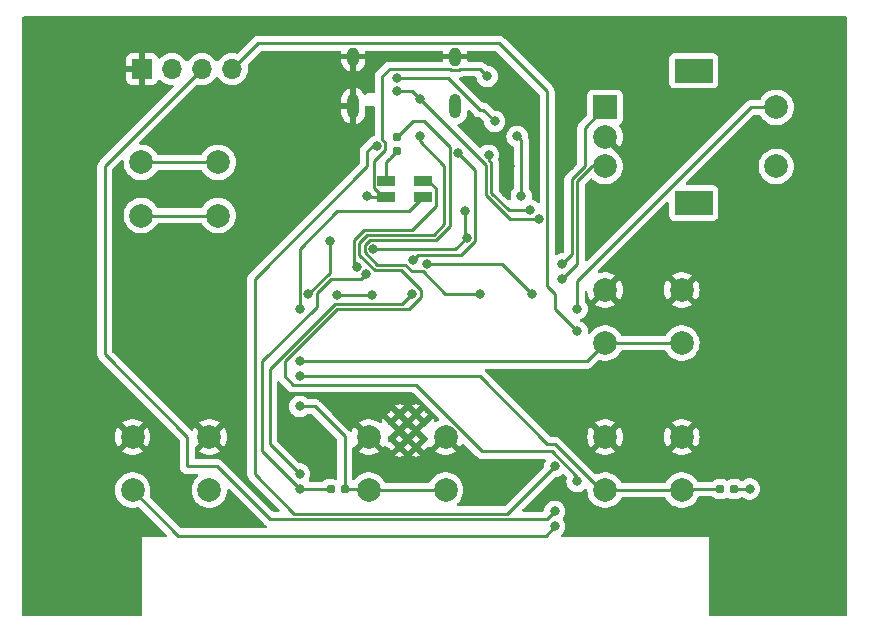
<source format=gbr>
%TF.GenerationSoftware,KiCad,Pcbnew,8.0.4*%
%TF.CreationDate,2024-12-06T19:36:14+01:00*%
%TF.ProjectId,MusicControllerV3,4d757369-6343-46f6-9e74-726f6c6c6572,rev?*%
%TF.SameCoordinates,Original*%
%TF.FileFunction,Copper,L1,Top*%
%TF.FilePolarity,Positive*%
%FSLAX46Y46*%
G04 Gerber Fmt 4.6, Leading zero omitted, Abs format (unit mm)*
G04 Created by KiCad (PCBNEW 8.0.4) date 2024-12-06 19:36:14*
%MOMM*%
%LPD*%
G01*
G04 APERTURE LIST*
G04 Aperture macros list*
%AMRoundRect*
0 Rectangle with rounded corners*
0 $1 Rounding radius*
0 $2 $3 $4 $5 $6 $7 $8 $9 X,Y pos of 4 corners*
0 Add a 4 corners polygon primitive as box body*
4,1,4,$2,$3,$4,$5,$6,$7,$8,$9,$2,$3,0*
0 Add four circle primitives for the rounded corners*
1,1,$1+$1,$2,$3*
1,1,$1+$1,$4,$5*
1,1,$1+$1,$6,$7*
1,1,$1+$1,$8,$9*
0 Add four rect primitives between the rounded corners*
20,1,$1+$1,$2,$3,$4,$5,0*
20,1,$1+$1,$4,$5,$6,$7,0*
20,1,$1+$1,$6,$7,$8,$9,0*
20,1,$1+$1,$8,$9,$2,$3,0*%
G04 Aperture macros list end*
%TA.AperFunction,SMDPad,CuDef*%
%ADD10RoundRect,0.160000X-0.197500X-0.160000X0.197500X-0.160000X0.197500X0.160000X-0.197500X0.160000X0*%
%TD*%
%TA.AperFunction,SMDPad,CuDef*%
%ADD11R,1.500000X0.900000*%
%TD*%
%TA.AperFunction,ComponentPad*%
%ADD12C,2.000000*%
%TD*%
%TA.AperFunction,SMDPad,CuDef*%
%ADD13RoundRect,0.160000X0.160000X-0.197500X0.160000X0.197500X-0.160000X0.197500X-0.160000X-0.197500X0*%
%TD*%
%TA.AperFunction,ComponentPad*%
%ADD14R,1.700000X1.700000*%
%TD*%
%TA.AperFunction,ComponentPad*%
%ADD15O,1.700000X1.700000*%
%TD*%
%TA.AperFunction,SMDPad,CuDef*%
%ADD16RoundRect,0.160000X0.197500X0.160000X-0.197500X0.160000X-0.197500X-0.160000X0.197500X-0.160000X0*%
%TD*%
%TA.AperFunction,ComponentPad*%
%ADD17R,2.000000X2.000000*%
%TD*%
%TA.AperFunction,ComponentPad*%
%ADD18R,3.200000X2.000000*%
%TD*%
%TA.AperFunction,HeatsinkPad*%
%ADD19C,0.600000*%
%TD*%
%TA.AperFunction,ComponentPad*%
%ADD20O,1.000000X1.600000*%
%TD*%
%TA.AperFunction,ComponentPad*%
%ADD21O,1.000000X2.100000*%
%TD*%
%TA.AperFunction,ViaPad*%
%ADD22C,0.800000*%
%TD*%
%TA.AperFunction,Conductor*%
%ADD23C,0.250000*%
%TD*%
G04 APERTURE END LIST*
D10*
%TO.P,R5,1*%
%TO.N,/Button3*%
X179742500Y-65405000D03*
%TO.P,R5,2*%
%TO.N,+3.3V*%
X180937500Y-65405000D03*
%TD*%
D11*
%TO.P,D1,1,RK*%
%TO.N,Net-(D1-RK)*%
X154585000Y-39305000D03*
%TO.P,D1,2,GK*%
%TO.N,Net-(D1-GK)*%
X154585000Y-40705000D03*
%TO.P,D1,3,BK*%
%TO.N,Net-(D1-BK)*%
X151485000Y-39305000D03*
%TO.P,D1,4,A*%
%TO.N,+3.3V*%
X151485000Y-40705000D03*
%TD*%
D12*
%TO.P,SW3,1,A*%
%TO.N,GND*%
X170000000Y-61000000D03*
X176500000Y-61000000D03*
%TO.P,SW3,2,B*%
%TO.N,/Button3*%
X170000000Y-65500000D03*
X176500000Y-65500000D03*
%TD*%
%TO.P,SW1,1,A*%
%TO.N,GND*%
X130000000Y-61000000D03*
X136500000Y-61000000D03*
%TO.P,SW1,2,B*%
%TO.N,/Button1*%
X130000000Y-65500000D03*
X136500000Y-65500000D03*
%TD*%
%TO.P,SW2,1,A*%
%TO.N,GND*%
X150000000Y-61000000D03*
X156500000Y-61000000D03*
%TO.P,SW2,2,B*%
%TO.N,/Button2*%
X150000000Y-65500000D03*
X156500000Y-65500000D03*
%TD*%
D13*
%TO.P,R9,1*%
%TO.N,Net-(D1-BK)*%
X152400000Y-36792500D03*
%TO.P,R9,2*%
%TO.N,/LED_B*%
X152400000Y-35597500D03*
%TD*%
D12*
%TO.P,SW4,1,A*%
%TO.N,GND*%
X170000000Y-48550000D03*
X176500000Y-48550000D03*
%TO.P,SW4,2,B*%
%TO.N,/Button4*%
X170000000Y-53050000D03*
X176500000Y-53050000D03*
%TD*%
D14*
%TO.P,J2,1,Pin_1*%
%TO.N,GND*%
X130810000Y-29845000D03*
D15*
%TO.P,J2,2,Pin_2*%
%TO.N,+3.3V*%
X133350000Y-29845000D03*
%TO.P,J2,3,Pin_3*%
%TO.N,/SCL*%
X135890000Y-29845000D03*
%TO.P,J2,4,Pin_4*%
%TO.N,/SDA*%
X138430000Y-29845000D03*
%TD*%
D16*
%TO.P,R4,1*%
%TO.N,/Button2*%
X147955000Y-65405000D03*
%TO.P,R4,2*%
%TO.N,+3.3V*%
X146760000Y-65405000D03*
%TD*%
D17*
%TO.P,SW5,A,A*%
%TO.N,/RotaryCLK*%
X170000000Y-33100000D03*
D12*
%TO.P,SW5,B,B*%
%TO.N,/RotaryDT*%
X170000000Y-38100000D03*
%TO.P,SW5,C,C*%
%TO.N,GND*%
X170000000Y-35600000D03*
D18*
%TO.P,SW5,MP*%
%TO.N,N/C*%
X177500000Y-30000000D03*
X177500000Y-41200000D03*
D12*
%TO.P,SW5,S1,S1*%
%TO.N,+3.3V*%
X184500000Y-38100000D03*
%TO.P,SW5,S2,S2*%
%TO.N,/RotaryEncoderSwitch*%
X184500000Y-33100000D03*
%TD*%
D19*
%TO.P,U4,39,GND*%
%TO.N,GND*%
X151900000Y-59755000D03*
X151900000Y-61155000D03*
X152600000Y-59055000D03*
X152600000Y-60455000D03*
X152600000Y-61855000D03*
X153275000Y-59755000D03*
X153275000Y-61155000D03*
X154000000Y-59055000D03*
X154000000Y-60455000D03*
X154000000Y-61855000D03*
X154700000Y-59755000D03*
X154700000Y-61155000D03*
%TD*%
D20*
%TO.P,J1,S1,SHIELD*%
%TO.N,GND*%
X148680000Y-28795000D03*
D21*
X148680000Y-32975000D03*
D20*
X157320000Y-28795000D03*
D21*
X157320000Y-32975000D03*
%TD*%
D12*
%TO.P,SW2,1,1*%
%TO.N,Net-(U1-SPIHD{slash}GPIO12)*%
X137235000Y-37755000D03*
X130735000Y-37755000D03*
%TO.P,SW2,2,2*%
%TO.N,Net-(U1-VDD_SPI{slash}GPIO11)*%
X137235000Y-42255000D03*
X130735000Y-42255000D03*
%TD*%
D22*
%TO.N,+5V*%
X162900384Y-40588683D03*
X162560000Y-35560000D03*
X158298297Y-44116861D03*
X150360000Y-45085000D03*
X158115000Y-41910000D03*
%TO.N,GND*%
X167005000Y-38100000D03*
X146685000Y-39370000D03*
X161624643Y-40332393D03*
X161925000Y-38100000D03*
%TO.N,+3.3V*%
X182245000Y-65405000D03*
X149787443Y-47199449D03*
X144145000Y-65405000D03*
X160020000Y-30480000D03*
X149860000Y-40640000D03*
%TO.N,/EN*%
X144145000Y-64135000D03*
X153670000Y-48895000D03*
%TO.N,Net-(J1-D--PadA7)*%
X152400000Y-30645000D03*
X160655000Y-34290000D03*
%TO.N,Net-(J1-D+-PadA6)*%
X154305000Y-32385000D03*
X164375000Y-42545000D03*
X152400000Y-31750000D03*
%TO.N,/SDA*%
X167640000Y-52070000D03*
%TO.N,/SCL*%
X165735000Y-67310000D03*
%TO.N,/DTR*%
X153753348Y-45982954D03*
X157570000Y-36986739D03*
%TO.N,/RTS*%
X144870000Y-48895000D03*
X146685000Y-44450000D03*
%TO.N,/IO0*%
X154924780Y-46332822D03*
X163830000Y-48895000D03*
%TO.N,Net-(U3-TXD)*%
X167640000Y-64770000D03*
X154305000Y-35560000D03*
%TO.N,/TX*%
X165735000Y-63500000D03*
X150677653Y-36377653D03*
%TO.N,/LED_R*%
X150226142Y-48961689D03*
X147320000Y-48961689D03*
%TO.N,/LED_B*%
X159385000Y-48895000D03*
%TO.N,/Button1*%
X165735000Y-68580000D03*
%TO.N,/Button2*%
X144145000Y-58420000D03*
%TO.N,/Button3*%
X144145000Y-55880000D03*
%TO.N,/Button4*%
X144145000Y-54610000D03*
%TO.N,/RotaryEncoderSwitch*%
X167640000Y-50165000D03*
%TO.N,/RotaryCLK*%
X166370000Y-46355000D03*
%TO.N,/RotaryDT*%
X166370000Y-47625000D03*
%TO.N,Net-(U3-D+)*%
X160144059Y-37145000D03*
X163625383Y-41820000D03*
%TO.N,Net-(D1-GK)*%
X144145000Y-50165000D03*
%TO.N,Net-(D1-RK)*%
X148969255Y-46624495D03*
%TD*%
D23*
%TO.N,Net-(U1-VDD_SPI{slash}GPIO11)*%
X137235000Y-42255000D02*
X130735000Y-42255000D01*
%TO.N,Net-(U1-SPIHD{slash}GPIO12)*%
X137235000Y-37755000D02*
X130735000Y-37755000D01*
%TO.N,+5V*%
X157330158Y-45085000D02*
X158298297Y-44116861D01*
X158115000Y-43933564D02*
X158298297Y-44116861D01*
X158115000Y-41910000D02*
X158115000Y-43933564D01*
X150360000Y-45085000D02*
X157330158Y-45085000D01*
X162900384Y-35900384D02*
X162900384Y-40588683D01*
X162560000Y-35560000D02*
X162900384Y-35900384D01*
%TO.N,+3.3V*%
X140970000Y-54610000D02*
X140970000Y-62230000D01*
X159385000Y-29845000D02*
X160020000Y-30480000D01*
X145595000Y-48806396D02*
X145595000Y-49985000D01*
X151185000Y-40705000D02*
X150410000Y-39930000D01*
X140970000Y-62230000D02*
X144145000Y-65405000D01*
X151402653Y-36077348D02*
X151130000Y-35804695D01*
X180937500Y-65405000D02*
X182245000Y-65405000D01*
X145595000Y-49985000D02*
X140970000Y-54610000D01*
X151130000Y-30480000D02*
X151765000Y-29845000D01*
X149787443Y-47199449D02*
X149361892Y-47625000D01*
X151402653Y-36677958D02*
X151402653Y-36077348D01*
X157661726Y-29920000D02*
X157736726Y-29845000D01*
X157736726Y-29845000D02*
X159385000Y-29845000D01*
X151765000Y-29845000D02*
X156903274Y-29845000D01*
X150410000Y-37670611D02*
X151402653Y-36677958D01*
X146776396Y-47625000D02*
X145595000Y-48806396D01*
X151130000Y-35804695D02*
X151130000Y-30480000D01*
X144145000Y-65405000D02*
X146760000Y-65405000D01*
X151485000Y-40705000D02*
X149925000Y-40705000D01*
X149361892Y-47625000D02*
X146776396Y-47625000D01*
X156903274Y-29845000D02*
X156978274Y-29920000D01*
X156978274Y-29920000D02*
X157661726Y-29920000D01*
X149925000Y-40705000D02*
X149860000Y-40640000D01*
X150410000Y-39930000D02*
X150410000Y-37670611D01*
X151485000Y-40705000D02*
X151185000Y-40705000D01*
%TO.N,/EN*%
X152850000Y-49715000D02*
X153670000Y-48895000D01*
X141605000Y-55245000D02*
X147135000Y-49715000D01*
X147135000Y-49715000D02*
X152850000Y-49715000D01*
X141605000Y-61595000D02*
X141605000Y-55245000D01*
X144145000Y-64135000D02*
X141605000Y-61595000D01*
%TO.N,Net-(J1-D--PadA7)*%
X159688274Y-33323274D02*
X159385000Y-33323274D01*
X160655000Y-34290000D02*
X159688274Y-33323274D01*
X156706726Y-30645000D02*
X152400000Y-30645000D01*
X159385000Y-33323274D02*
X156706726Y-30645000D01*
%TO.N,Net-(J1-D+-PadA6)*%
X161925000Y-42545000D02*
X159930000Y-40550000D01*
X159930000Y-40550000D02*
X159930000Y-38010000D01*
X152400000Y-31750000D02*
X153670000Y-31750000D01*
X159930000Y-38010000D02*
X154305000Y-32385000D01*
X153670000Y-31750000D02*
X154305000Y-32385000D01*
X164375000Y-42545000D02*
X161925000Y-42545000D01*
%TO.N,/SDA*%
X165100000Y-48260000D02*
X165100000Y-31750000D01*
X165735000Y-50165000D02*
X165735000Y-48895000D01*
X165735000Y-48895000D02*
X165100000Y-48260000D01*
X140605000Y-27670000D02*
X138430000Y-29845000D01*
X165100000Y-31750000D02*
X161020000Y-27670000D01*
X167640000Y-52070000D02*
X165735000Y-50165000D01*
X161020000Y-27670000D02*
X140605000Y-27670000D01*
%TO.N,/SCL*%
X137160000Y-63500000D02*
X134620000Y-63500000D01*
X127635000Y-54008833D02*
X127635000Y-38100000D01*
X165100000Y-67945000D02*
X141605000Y-67945000D01*
X141605000Y-67945000D02*
X137160000Y-63500000D01*
X134620000Y-63500000D02*
X134620000Y-60993833D01*
X165735000Y-67310000D02*
X165100000Y-67945000D01*
X134620000Y-60993833D02*
X127635000Y-54008833D01*
X127635000Y-38100000D02*
X135890000Y-29845000D01*
%TO.N,/DTR*%
X159023297Y-44417166D02*
X157832641Y-45607822D01*
X154128480Y-45607822D02*
X153753348Y-45982954D01*
X157570000Y-36986739D02*
X159023297Y-38440036D01*
X157832641Y-45607822D02*
X154128480Y-45607822D01*
X159023297Y-38440036D02*
X159023297Y-44417166D01*
%TO.N,/RTS*%
X144870000Y-48895000D02*
X146685000Y-47080000D01*
X146685000Y-47080000D02*
X146685000Y-44450000D01*
%TO.N,/IO0*%
X154924780Y-46332822D02*
X161267822Y-46332822D01*
X161267822Y-46332822D02*
X163830000Y-48895000D01*
%TO.N,Net-(U3-TXD)*%
X147321396Y-50165000D02*
X153425305Y-50165000D01*
X152700305Y-46900000D02*
X150513299Y-46900000D01*
X167640000Y-64379695D02*
X165490305Y-62230000D01*
X155478604Y-43910000D02*
X156395000Y-42993604D01*
X165490305Y-62230000D02*
X159603833Y-62230000D01*
X153978833Y-56605000D02*
X143600000Y-56605000D01*
X154395000Y-48594695D02*
X152700305Y-46900000D01*
X159603833Y-62230000D02*
X153978833Y-56605000D01*
X150513299Y-46900000D02*
X149185000Y-45571701D01*
X154395000Y-49195305D02*
X154395000Y-48594695D01*
X156395000Y-42993604D02*
X156395000Y-38040305D01*
X149185000Y-45571701D02*
X149185000Y-44598299D01*
X143600000Y-56605000D02*
X142875000Y-55880000D01*
X142875000Y-54611396D02*
X147321396Y-50165000D01*
X142875000Y-55880000D02*
X142875000Y-54611396D01*
X167640000Y-64770000D02*
X167640000Y-64379695D01*
X156395000Y-38040305D02*
X154305000Y-35950305D01*
X149873299Y-43910000D02*
X155478604Y-43910000D01*
X154305000Y-35950305D02*
X154305000Y-35560000D01*
X153425305Y-50165000D02*
X154395000Y-49195305D01*
X149185000Y-44598299D02*
X149873299Y-43910000D01*
%TO.N,/TX*%
X149860000Y-36830000D02*
X149860000Y-38100000D01*
X140335000Y-64135000D02*
X143695000Y-67495000D01*
X149860000Y-38100000D02*
X140335000Y-47625000D01*
X140335000Y-47625000D02*
X140335000Y-64135000D01*
X150677653Y-36377653D02*
X150312347Y-36377653D01*
X161740000Y-67495000D02*
X165735000Y-63500000D01*
X150312347Y-36377653D02*
X149860000Y-36830000D01*
X143695000Y-67495000D02*
X161740000Y-67495000D01*
%TO.N,/LED_R*%
X147320000Y-48961689D02*
X150226142Y-48961689D01*
%TO.N,/LED_B*%
X153670000Y-46990000D02*
X153101545Y-46421545D01*
X156845000Y-43180000D02*
X156845000Y-36439695D01*
X159385000Y-48895000D02*
X156461653Y-48895000D01*
X153101545Y-46421545D02*
X150671240Y-46421545D01*
X150059695Y-44360000D02*
X155665000Y-44360000D01*
X149635000Y-45385305D02*
X149635000Y-44784695D01*
X154695305Y-34290000D02*
X153707500Y-34290000D01*
X156461653Y-48895000D02*
X154556653Y-46990000D01*
X155665000Y-44360000D02*
X156845000Y-43180000D01*
X149635000Y-44784695D02*
X150059695Y-44360000D01*
X150671240Y-46421545D02*
X149635000Y-45385305D01*
X153707500Y-34290000D02*
X152400000Y-35597500D01*
X154556653Y-46990000D02*
X153670000Y-46990000D01*
X156845000Y-36439695D02*
X154695305Y-34290000D01*
%TO.N,/Button1*%
X133850000Y-69350000D02*
X130000000Y-65500000D01*
X164965000Y-69350000D02*
X133850000Y-69350000D01*
X165735000Y-68580000D02*
X164965000Y-69350000D01*
%TO.N,/Button2*%
X150000000Y-65500000D02*
X156500000Y-65500000D01*
X147955000Y-60960000D02*
X147955000Y-65405000D01*
X149905000Y-65405000D02*
X150000000Y-65500000D01*
X144145000Y-58420000D02*
X145415000Y-58420000D01*
X147955000Y-65405000D02*
X149905000Y-65405000D01*
X145415000Y-58420000D02*
X147955000Y-60960000D01*
%TO.N,/Button3*%
X170000000Y-65500000D02*
X169640000Y-65500000D01*
X179742500Y-65405000D02*
X176595000Y-65405000D01*
X165100000Y-61595000D02*
X159385000Y-55880000D01*
X169640000Y-65500000D02*
X165735000Y-61595000D01*
X176595000Y-65405000D02*
X176500000Y-65500000D01*
X165735000Y-61595000D02*
X165100000Y-61595000D01*
X176500000Y-65500000D02*
X170000000Y-65500000D01*
X159385000Y-55880000D02*
X144145000Y-55880000D01*
%TO.N,/Button4*%
X170000000Y-53050000D02*
X176500000Y-53050000D01*
X168440000Y-54610000D02*
X170000000Y-53050000D01*
X144145000Y-54610000D02*
X168440000Y-54610000D01*
%TO.N,/RotaryEncoderSwitch*%
X182350000Y-33100000D02*
X184500000Y-33100000D01*
X167640000Y-47810000D02*
X182350000Y-33100000D01*
X167640000Y-50165000D02*
X167640000Y-47810000D01*
%TO.N,/RotaryCLK*%
X170000000Y-33100000D02*
X168275000Y-34825000D01*
X168275000Y-34825000D02*
X168275000Y-38098604D01*
X167190000Y-39183604D02*
X167190000Y-45535000D01*
X167190000Y-45535000D02*
X166370000Y-46355000D01*
X168275000Y-38098604D02*
X167190000Y-39183604D01*
%TO.N,/RotaryDT*%
X166370000Y-47625000D02*
X167640000Y-46355000D01*
X167640000Y-46355000D02*
X167640000Y-39370000D01*
X167640000Y-39370000D02*
X168910000Y-38100000D01*
X168910000Y-38100000D02*
X170000000Y-38100000D01*
%TO.N,Net-(U3-D+)*%
X163625383Y-41820000D02*
X161836396Y-41820000D01*
X161836396Y-41820000D02*
X160380000Y-40363604D01*
X160380000Y-40363604D02*
X160380000Y-37823604D01*
X160380000Y-37823604D02*
X160144059Y-37587663D01*
X160144059Y-37587663D02*
X160144059Y-37336523D01*
%TO.N,Net-(D1-GK)*%
X153380000Y-41910000D02*
X154585000Y-40705000D01*
X144145000Y-45085000D02*
X147320000Y-41910000D01*
X147320000Y-41910000D02*
X153380000Y-41910000D01*
X144145000Y-50165000D02*
X144145000Y-45085000D01*
%TO.N,Net-(D1-BK)*%
X151765000Y-37427500D02*
X152400000Y-36792500D01*
X151765000Y-37465000D02*
X151765000Y-37427500D01*
X151485000Y-39305000D02*
X151485000Y-37707500D01*
X151727500Y-37465000D02*
X151765000Y-37465000D01*
X151485000Y-37707500D02*
X151727500Y-37465000D01*
%TO.N,Net-(D1-RK)*%
X148735000Y-46390240D02*
X148969255Y-46624495D01*
X155660000Y-41480000D02*
X153680000Y-43460000D01*
X155660000Y-39930000D02*
X155660000Y-41480000D01*
X149580000Y-43460000D02*
X148735000Y-44305000D01*
X154585000Y-39305000D02*
X155035000Y-39305000D01*
X153680000Y-43460000D02*
X149580000Y-43460000D01*
X155035000Y-39305000D02*
X155660000Y-39930000D01*
X148735000Y-44305000D02*
X148735000Y-46390240D01*
%TD*%
%TA.AperFunction,Conductor*%
%TO.N,GND*%
G36*
X190443039Y-25419685D02*
G01*
X190488794Y-25472489D01*
X190500000Y-25524000D01*
X190500000Y-76076000D01*
X190480315Y-76143039D01*
X190427511Y-76188794D01*
X190376000Y-76200000D01*
X178924000Y-76200000D01*
X178856961Y-76180315D01*
X178811206Y-76127511D01*
X178800000Y-76076000D01*
X178800000Y-69475000D01*
X166416793Y-69475000D01*
X166349754Y-69455315D01*
X166303999Y-69402511D01*
X166294055Y-69333353D01*
X166323080Y-69269797D01*
X166336368Y-69257599D01*
X166336042Y-69257236D01*
X166340865Y-69252891D01*
X166340871Y-69252888D01*
X166467533Y-69112216D01*
X166562179Y-68948284D01*
X166620674Y-68768256D01*
X166640460Y-68580000D01*
X166620674Y-68391744D01*
X166562179Y-68211716D01*
X166467533Y-68047784D01*
X166449693Y-68027971D01*
X166419464Y-67964981D01*
X166428089Y-67895646D01*
X166449694Y-67862028D01*
X166467533Y-67842216D01*
X166562179Y-67678284D01*
X166620674Y-67498256D01*
X166640460Y-67310000D01*
X166620674Y-67121744D01*
X166562179Y-66941716D01*
X166467533Y-66777784D01*
X166340871Y-66637112D01*
X166340870Y-66637111D01*
X166187734Y-66525851D01*
X166187729Y-66525848D01*
X166014807Y-66448857D01*
X166014802Y-66448855D01*
X165869001Y-66417865D01*
X165829646Y-66409500D01*
X165640354Y-66409500D01*
X165607897Y-66416398D01*
X165455197Y-66448855D01*
X165455192Y-66448857D01*
X165282270Y-66525848D01*
X165282265Y-66525851D01*
X165129129Y-66637111D01*
X165002466Y-66777785D01*
X164907821Y-66941715D01*
X164907818Y-66941722D01*
X164849327Y-67121740D01*
X164849326Y-67121744D01*
X164843429Y-67177853D01*
X164840212Y-67208462D01*
X164813627Y-67273077D01*
X164756330Y-67313061D01*
X164716891Y-67319500D01*
X163099452Y-67319500D01*
X163032413Y-67299815D01*
X162986658Y-67247011D01*
X162976714Y-67177853D01*
X163005739Y-67114297D01*
X163011771Y-67107819D01*
X165682771Y-64436819D01*
X165744094Y-64403334D01*
X165770452Y-64400500D01*
X165829644Y-64400500D01*
X165829646Y-64400500D01*
X166014803Y-64361144D01*
X166187730Y-64284151D01*
X166340871Y-64172888D01*
X166351858Y-64160685D01*
X166411343Y-64124036D01*
X166481200Y-64125365D01*
X166531690Y-64155975D01*
X166750410Y-64374695D01*
X166783895Y-64436018D01*
X166780660Y-64500693D01*
X166754327Y-64581739D01*
X166754326Y-64581741D01*
X166754326Y-64581744D01*
X166734540Y-64770000D01*
X166754326Y-64958256D01*
X166754327Y-64958259D01*
X166812818Y-65138277D01*
X166812821Y-65138284D01*
X166907467Y-65302216D01*
X167001690Y-65406861D01*
X167034129Y-65442888D01*
X167187265Y-65554148D01*
X167187270Y-65554151D01*
X167360192Y-65631142D01*
X167360197Y-65631144D01*
X167545354Y-65670500D01*
X167545355Y-65670500D01*
X167734644Y-65670500D01*
X167734646Y-65670500D01*
X167919803Y-65631144D01*
X168092730Y-65554151D01*
X168245871Y-65442888D01*
X168278657Y-65406475D01*
X168338142Y-65369828D01*
X168407999Y-65371157D01*
X168466047Y-65410044D01*
X168493857Y-65474140D01*
X168494284Y-65494871D01*
X168494357Y-65494871D01*
X168494357Y-65498417D01*
X168494383Y-65499680D01*
X168494357Y-65499994D01*
X168494357Y-65500005D01*
X168514890Y-65747812D01*
X168514892Y-65747824D01*
X168575936Y-65988881D01*
X168675826Y-66216606D01*
X168811833Y-66424782D01*
X168811836Y-66424785D01*
X168980256Y-66607738D01*
X169176491Y-66760474D01*
X169285840Y-66819651D01*
X169372716Y-66866666D01*
X169395190Y-66878828D01*
X169630386Y-66959571D01*
X169875665Y-67000500D01*
X170124335Y-67000500D01*
X170369614Y-66959571D01*
X170604810Y-66878828D01*
X170823509Y-66760474D01*
X171019744Y-66607738D01*
X171188164Y-66424785D01*
X171324173Y-66216607D01*
X171324175Y-66216603D01*
X171331595Y-66199689D01*
X171376551Y-66146203D01*
X171443287Y-66125514D01*
X171445150Y-66125500D01*
X175054850Y-66125500D01*
X175121889Y-66145185D01*
X175167644Y-66197989D01*
X175168405Y-66199689D01*
X175175824Y-66216603D01*
X175311833Y-66424782D01*
X175311836Y-66424785D01*
X175480256Y-66607738D01*
X175676491Y-66760474D01*
X175785840Y-66819651D01*
X175872716Y-66866666D01*
X175895190Y-66878828D01*
X176130386Y-66959571D01*
X176375665Y-67000500D01*
X176624335Y-67000500D01*
X176869614Y-66959571D01*
X177104810Y-66878828D01*
X177323509Y-66760474D01*
X177519744Y-66607738D01*
X177688164Y-66424785D01*
X177824173Y-66216607D01*
X177873264Y-66104689D01*
X177918220Y-66051204D01*
X177984956Y-66030514D01*
X177986820Y-66030500D01*
X179025050Y-66030500D01*
X179092089Y-66050185D01*
X179112731Y-66066819D01*
X179134665Y-66088753D01*
X179134670Y-66088757D01*
X179271929Y-66171732D01*
X179271933Y-66171734D01*
X179326100Y-66188612D01*
X179425067Y-66219452D01*
X179491619Y-66225500D01*
X179993380Y-66225499D01*
X179993388Y-66225499D01*
X180059926Y-66219453D01*
X180059927Y-66219452D01*
X180059933Y-66219452D01*
X180213069Y-66171733D01*
X180275850Y-66133779D01*
X180343405Y-66115944D01*
X180404149Y-66133779D01*
X180466931Y-66171733D01*
X180466934Y-66171734D01*
X180466933Y-66171734D01*
X180521100Y-66188612D01*
X180620067Y-66219452D01*
X180686619Y-66225500D01*
X181188380Y-66225499D01*
X181188388Y-66225499D01*
X181254926Y-66219453D01*
X181254927Y-66219452D01*
X181254933Y-66219452D01*
X181408069Y-66171733D01*
X181534253Y-66095452D01*
X181601804Y-66077617D01*
X181668278Y-66099134D01*
X181671285Y-66101251D01*
X181704681Y-66125514D01*
X181792270Y-66189151D01*
X181965192Y-66266142D01*
X181965197Y-66266144D01*
X182150354Y-66305500D01*
X182150355Y-66305500D01*
X182339644Y-66305500D01*
X182339646Y-66305500D01*
X182524803Y-66266144D01*
X182697730Y-66189151D01*
X182850871Y-66077888D01*
X182977533Y-65937216D01*
X183072179Y-65773284D01*
X183130674Y-65593256D01*
X183150460Y-65405000D01*
X183130674Y-65216744D01*
X183072179Y-65036716D01*
X182977533Y-64872784D01*
X182850871Y-64732112D01*
X182835917Y-64721247D01*
X182697734Y-64620851D01*
X182697729Y-64620848D01*
X182524807Y-64543857D01*
X182524802Y-64543855D01*
X182378652Y-64512791D01*
X182339646Y-64504500D01*
X182150354Y-64504500D01*
X182117897Y-64511398D01*
X181965197Y-64543855D01*
X181965192Y-64543857D01*
X181792271Y-64620848D01*
X181671286Y-64708748D01*
X181605479Y-64732227D01*
X181537425Y-64716401D01*
X181534252Y-64714546D01*
X181408070Y-64638267D01*
X181408066Y-64638265D01*
X181254933Y-64590548D01*
X181254935Y-64590548D01*
X181228312Y-64588128D01*
X181188381Y-64584500D01*
X181188378Y-64584500D01*
X180686611Y-64584500D01*
X180620073Y-64590546D01*
X180620066Y-64590548D01*
X180466933Y-64638265D01*
X180466929Y-64638267D01*
X180404149Y-64676219D01*
X180336594Y-64694055D01*
X180275851Y-64676219D01*
X180213070Y-64638267D01*
X180213066Y-64638265D01*
X180059933Y-64590548D01*
X180059935Y-64590548D01*
X180033312Y-64588128D01*
X179993381Y-64584500D01*
X179993378Y-64584500D01*
X179491611Y-64584500D01*
X179425073Y-64590546D01*
X179425066Y-64590548D01*
X179271933Y-64638265D01*
X179271929Y-64638267D01*
X179134670Y-64721242D01*
X179134665Y-64721246D01*
X179112731Y-64743181D01*
X179051408Y-64776666D01*
X179025050Y-64779500D01*
X177888736Y-64779500D01*
X177821697Y-64759815D01*
X177784927Y-64723322D01*
X177775405Y-64708748D01*
X177688164Y-64575215D01*
X177519744Y-64392262D01*
X177323509Y-64239526D01*
X177323507Y-64239525D01*
X177323506Y-64239524D01*
X177104811Y-64121172D01*
X177104802Y-64121169D01*
X176869616Y-64040429D01*
X176624335Y-63999500D01*
X176375665Y-63999500D01*
X176130383Y-64040429D01*
X175895197Y-64121169D01*
X175895188Y-64121172D01*
X175676493Y-64239524D01*
X175480257Y-64392261D01*
X175311833Y-64575217D01*
X175175824Y-64783396D01*
X175168405Y-64800311D01*
X175123449Y-64853797D01*
X175056713Y-64874486D01*
X175054850Y-64874500D01*
X171445150Y-64874500D01*
X171378111Y-64854815D01*
X171332356Y-64802011D01*
X171331595Y-64800311D01*
X171324175Y-64783396D01*
X171188166Y-64575217D01*
X171149975Y-64533731D01*
X171019744Y-64392262D01*
X170823509Y-64239526D01*
X170823507Y-64239525D01*
X170823506Y-64239524D01*
X170604811Y-64121172D01*
X170604802Y-64121169D01*
X170369616Y-64040429D01*
X170124335Y-63999500D01*
X169875665Y-63999500D01*
X169630383Y-64040429D01*
X169395197Y-64121169D01*
X169395183Y-64121175D01*
X169314664Y-64164750D01*
X169246336Y-64179345D01*
X169180964Y-64154682D01*
X169167966Y-64143376D01*
X166225198Y-61200608D01*
X166225178Y-61200586D01*
X166133733Y-61109141D01*
X166082509Y-61074915D01*
X166075489Y-61070224D01*
X166031286Y-61040688D01*
X166031283Y-61040686D01*
X166031280Y-61040685D01*
X165950792Y-61007347D01*
X165933041Y-60999994D01*
X168494859Y-60999994D01*
X168494859Y-61000005D01*
X168515385Y-61247729D01*
X168515387Y-61247738D01*
X168576412Y-61488717D01*
X168676266Y-61716364D01*
X168776564Y-61869882D01*
X169476212Y-61170234D01*
X169487482Y-61212292D01*
X169559890Y-61337708D01*
X169662292Y-61440110D01*
X169787708Y-61512518D01*
X169829765Y-61523787D01*
X169129942Y-62223609D01*
X169176768Y-62260055D01*
X169176770Y-62260056D01*
X169395385Y-62378364D01*
X169395396Y-62378369D01*
X169630506Y-62459083D01*
X169875707Y-62500000D01*
X170124293Y-62500000D01*
X170369493Y-62459083D01*
X170604603Y-62378369D01*
X170604614Y-62378364D01*
X170823228Y-62260057D01*
X170823231Y-62260055D01*
X170870056Y-62223609D01*
X170170234Y-61523787D01*
X170212292Y-61512518D01*
X170337708Y-61440110D01*
X170440110Y-61337708D01*
X170512518Y-61212292D01*
X170523787Y-61170235D01*
X171223434Y-61869882D01*
X171323731Y-61716369D01*
X171423587Y-61488717D01*
X171484612Y-61247738D01*
X171484614Y-61247729D01*
X171505141Y-61000005D01*
X171505141Y-60999994D01*
X174994859Y-60999994D01*
X174994859Y-61000005D01*
X175015385Y-61247729D01*
X175015387Y-61247738D01*
X175076412Y-61488717D01*
X175176266Y-61716364D01*
X175276564Y-61869882D01*
X175976212Y-61170234D01*
X175987482Y-61212292D01*
X176059890Y-61337708D01*
X176162292Y-61440110D01*
X176287708Y-61512518D01*
X176329765Y-61523787D01*
X175629942Y-62223609D01*
X175676768Y-62260055D01*
X175676770Y-62260056D01*
X175895385Y-62378364D01*
X175895396Y-62378369D01*
X176130506Y-62459083D01*
X176375707Y-62500000D01*
X176624293Y-62500000D01*
X176869493Y-62459083D01*
X177104603Y-62378369D01*
X177104614Y-62378364D01*
X177323228Y-62260057D01*
X177323231Y-62260055D01*
X177370056Y-62223609D01*
X176670234Y-61523787D01*
X176712292Y-61512518D01*
X176837708Y-61440110D01*
X176940110Y-61337708D01*
X177012518Y-61212292D01*
X177023787Y-61170235D01*
X177723434Y-61869882D01*
X177823731Y-61716369D01*
X177923587Y-61488717D01*
X177984612Y-61247738D01*
X177984614Y-61247729D01*
X178005141Y-61000005D01*
X178005141Y-60999994D01*
X177984614Y-60752270D01*
X177984612Y-60752261D01*
X177923587Y-60511282D01*
X177823731Y-60283630D01*
X177723434Y-60130116D01*
X177023787Y-60829764D01*
X177012518Y-60787708D01*
X176940110Y-60662292D01*
X176837708Y-60559890D01*
X176712292Y-60487482D01*
X176670235Y-60476212D01*
X177370057Y-59776390D01*
X177370056Y-59776389D01*
X177323229Y-59739943D01*
X177104614Y-59621635D01*
X177104603Y-59621630D01*
X176869493Y-59540916D01*
X176624293Y-59500000D01*
X176375707Y-59500000D01*
X176130506Y-59540916D01*
X175895396Y-59621630D01*
X175895390Y-59621632D01*
X175676761Y-59739949D01*
X175629942Y-59776388D01*
X175629942Y-59776390D01*
X176329765Y-60476212D01*
X176287708Y-60487482D01*
X176162292Y-60559890D01*
X176059890Y-60662292D01*
X175987482Y-60787708D01*
X175976212Y-60829764D01*
X175276564Y-60130116D01*
X175176267Y-60283632D01*
X175076412Y-60511282D01*
X175015387Y-60752261D01*
X175015385Y-60752270D01*
X174994859Y-60999994D01*
X171505141Y-60999994D01*
X171484614Y-60752270D01*
X171484612Y-60752261D01*
X171423587Y-60511282D01*
X171323731Y-60283630D01*
X171223434Y-60130116D01*
X170523787Y-60829764D01*
X170512518Y-60787708D01*
X170440110Y-60662292D01*
X170337708Y-60559890D01*
X170212292Y-60487482D01*
X170170235Y-60476212D01*
X170870057Y-59776390D01*
X170870056Y-59776389D01*
X170823229Y-59739943D01*
X170604614Y-59621635D01*
X170604603Y-59621630D01*
X170369493Y-59540916D01*
X170124293Y-59500000D01*
X169875707Y-59500000D01*
X169630506Y-59540916D01*
X169395396Y-59621630D01*
X169395390Y-59621632D01*
X169176761Y-59739949D01*
X169129942Y-59776388D01*
X169129942Y-59776390D01*
X169829765Y-60476212D01*
X169787708Y-60487482D01*
X169662292Y-60559890D01*
X169559890Y-60662292D01*
X169487482Y-60787708D01*
X169476212Y-60829764D01*
X168776564Y-60130116D01*
X168676267Y-60283632D01*
X168576412Y-60511282D01*
X168515387Y-60752261D01*
X168515385Y-60752270D01*
X168494859Y-60999994D01*
X165933041Y-60999994D01*
X165917453Y-60993537D01*
X165907427Y-60991543D01*
X165857029Y-60981518D01*
X165796610Y-60969500D01*
X165796607Y-60969500D01*
X165796606Y-60969500D01*
X165410453Y-60969500D01*
X165343414Y-60949815D01*
X165322772Y-60933181D01*
X159877928Y-55488338D01*
X159877926Y-55488335D01*
X159836772Y-55447181D01*
X159803287Y-55385858D01*
X159808271Y-55316166D01*
X159850143Y-55260233D01*
X159915607Y-55235816D01*
X159924453Y-55235500D01*
X168501608Y-55235500D01*
X168501608Y-55235499D01*
X168578476Y-55220210D01*
X168578477Y-55220210D01*
X168600768Y-55215775D01*
X168622452Y-55211463D01*
X168672496Y-55190734D01*
X168736286Y-55164312D01*
X168787509Y-55130084D01*
X168838733Y-55095858D01*
X168925858Y-55008733D01*
X168925859Y-55008731D01*
X168932925Y-55001665D01*
X168932928Y-55001661D01*
X169422771Y-54511817D01*
X169484092Y-54478334D01*
X169550712Y-54482218D01*
X169587042Y-54494691D01*
X169630385Y-54509571D01*
X169875665Y-54550500D01*
X170124335Y-54550500D01*
X170369614Y-54509571D01*
X170604810Y-54428828D01*
X170823509Y-54310474D01*
X171019744Y-54157738D01*
X171188164Y-53974785D01*
X171324173Y-53766607D01*
X171325268Y-53764111D01*
X171331595Y-53749689D01*
X171376551Y-53696203D01*
X171443287Y-53675514D01*
X171445150Y-53675500D01*
X175054850Y-53675500D01*
X175121889Y-53695185D01*
X175167644Y-53747989D01*
X175168405Y-53749689D01*
X175175824Y-53766603D01*
X175311833Y-53974782D01*
X175311836Y-53974785D01*
X175480256Y-54157738D01*
X175676491Y-54310474D01*
X175676493Y-54310475D01*
X175855897Y-54407564D01*
X175895190Y-54428828D01*
X176130386Y-54509571D01*
X176375665Y-54550500D01*
X176624335Y-54550500D01*
X176869614Y-54509571D01*
X177104810Y-54428828D01*
X177323509Y-54310474D01*
X177519744Y-54157738D01*
X177688164Y-53974785D01*
X177824173Y-53766607D01*
X177924063Y-53538881D01*
X177985108Y-53297821D01*
X178005643Y-53050000D01*
X177999055Y-52970500D01*
X177985109Y-52802187D01*
X177985107Y-52802175D01*
X177924063Y-52561118D01*
X177824173Y-52333393D01*
X177688166Y-52125217D01*
X177587282Y-52015628D01*
X177519744Y-51942262D01*
X177323509Y-51789526D01*
X177323507Y-51789525D01*
X177323506Y-51789524D01*
X177104811Y-51671172D01*
X177104802Y-51671169D01*
X176869616Y-51590429D01*
X176624335Y-51549500D01*
X176375665Y-51549500D01*
X176130383Y-51590429D01*
X175895197Y-51671169D01*
X175895188Y-51671172D01*
X175676493Y-51789524D01*
X175480257Y-51942261D01*
X175311833Y-52125217D01*
X175175824Y-52333396D01*
X175168405Y-52350311D01*
X175123449Y-52403797D01*
X175056713Y-52424486D01*
X175054850Y-52424500D01*
X171445150Y-52424500D01*
X171378111Y-52404815D01*
X171332356Y-52352011D01*
X171331595Y-52350311D01*
X171324175Y-52333396D01*
X171188166Y-52125217D01*
X171087282Y-52015628D01*
X171019744Y-51942262D01*
X170823509Y-51789526D01*
X170823507Y-51789525D01*
X170823506Y-51789524D01*
X170604811Y-51671172D01*
X170604802Y-51671169D01*
X170369616Y-51590429D01*
X170124335Y-51549500D01*
X169875665Y-51549500D01*
X169630383Y-51590429D01*
X169395197Y-51671169D01*
X169395188Y-51671172D01*
X169176493Y-51789524D01*
X168980257Y-51942261D01*
X168811836Y-52125215D01*
X168768268Y-52191901D01*
X168715121Y-52237257D01*
X168645890Y-52246681D01*
X168582554Y-52217179D01*
X168545223Y-52158119D01*
X168541138Y-52111119D01*
X168545460Y-52070000D01*
X168525674Y-51881744D01*
X168467179Y-51701716D01*
X168372533Y-51537784D01*
X168245871Y-51397112D01*
X168245870Y-51397111D01*
X168092734Y-51285851D01*
X168092729Y-51285848D01*
X167969043Y-51230779D01*
X167915806Y-51185529D01*
X167895485Y-51118680D01*
X167914531Y-51051456D01*
X167966897Y-51005201D01*
X167969043Y-51004221D01*
X168055374Y-50965783D01*
X168092730Y-50949151D01*
X168245871Y-50837888D01*
X168372533Y-50697216D01*
X168467179Y-50533284D01*
X168525674Y-50353256D01*
X168545460Y-50165000D01*
X168525674Y-49976744D01*
X168467179Y-49796716D01*
X168372533Y-49632784D01*
X168337644Y-49594036D01*
X168297350Y-49549284D01*
X168267120Y-49486292D01*
X168265500Y-49466312D01*
X168265500Y-48780094D01*
X168285185Y-48713055D01*
X168337989Y-48667300D01*
X168407147Y-48657356D01*
X168470703Y-48686381D01*
X168508477Y-48745159D01*
X168513076Y-48769854D01*
X168515385Y-48797730D01*
X168515387Y-48797738D01*
X168576412Y-49038717D01*
X168676266Y-49266364D01*
X168776564Y-49419882D01*
X169476212Y-48720233D01*
X169487482Y-48762292D01*
X169559890Y-48887708D01*
X169662292Y-48990110D01*
X169787708Y-49062518D01*
X169829765Y-49073787D01*
X169129942Y-49773609D01*
X169176768Y-49810055D01*
X169176770Y-49810056D01*
X169395385Y-49928364D01*
X169395396Y-49928369D01*
X169630506Y-50009083D01*
X169875707Y-50050000D01*
X170124293Y-50050000D01*
X170369493Y-50009083D01*
X170604603Y-49928369D01*
X170604614Y-49928364D01*
X170823228Y-49810057D01*
X170823231Y-49810055D01*
X170870056Y-49773609D01*
X170170234Y-49073787D01*
X170212292Y-49062518D01*
X170337708Y-48990110D01*
X170440110Y-48887708D01*
X170512518Y-48762292D01*
X170523787Y-48720235D01*
X171223434Y-49419882D01*
X171323731Y-49266369D01*
X171423587Y-49038717D01*
X171484612Y-48797738D01*
X171484614Y-48797729D01*
X171505141Y-48550005D01*
X171505141Y-48549994D01*
X174994859Y-48549994D01*
X174994859Y-48550005D01*
X175015385Y-48797729D01*
X175015387Y-48797738D01*
X175076412Y-49038717D01*
X175176266Y-49266364D01*
X175276564Y-49419882D01*
X175976212Y-48720234D01*
X175987482Y-48762292D01*
X176059890Y-48887708D01*
X176162292Y-48990110D01*
X176287708Y-49062518D01*
X176329765Y-49073787D01*
X175629942Y-49773609D01*
X175676768Y-49810055D01*
X175676770Y-49810056D01*
X175895385Y-49928364D01*
X175895396Y-49928369D01*
X176130506Y-50009083D01*
X176375707Y-50050000D01*
X176624293Y-50050000D01*
X176869493Y-50009083D01*
X177104603Y-49928369D01*
X177104614Y-49928364D01*
X177323228Y-49810057D01*
X177323231Y-49810055D01*
X177370056Y-49773609D01*
X176670234Y-49073787D01*
X176712292Y-49062518D01*
X176837708Y-48990110D01*
X176940110Y-48887708D01*
X177012518Y-48762292D01*
X177023787Y-48720235D01*
X177723434Y-49419882D01*
X177823731Y-49266369D01*
X177923587Y-49038717D01*
X177984612Y-48797738D01*
X177984614Y-48797729D01*
X178005141Y-48550005D01*
X178005141Y-48549994D01*
X177984614Y-48302270D01*
X177984612Y-48302261D01*
X177923587Y-48061282D01*
X177823731Y-47833630D01*
X177723434Y-47680116D01*
X177023787Y-48379764D01*
X177012518Y-48337708D01*
X176940110Y-48212292D01*
X176837708Y-48109890D01*
X176712292Y-48037482D01*
X176670235Y-48026212D01*
X177370057Y-47326390D01*
X177370056Y-47326389D01*
X177323229Y-47289943D01*
X177104614Y-47171635D01*
X177104603Y-47171630D01*
X176869493Y-47090916D01*
X176624293Y-47050000D01*
X176375707Y-47050000D01*
X176130506Y-47090916D01*
X175895396Y-47171630D01*
X175895390Y-47171632D01*
X175676761Y-47289949D01*
X175629942Y-47326388D01*
X175629942Y-47326390D01*
X176329765Y-48026212D01*
X176287708Y-48037482D01*
X176162292Y-48109890D01*
X176059890Y-48212292D01*
X175987482Y-48337708D01*
X175976212Y-48379764D01*
X175276564Y-47680116D01*
X175176267Y-47833632D01*
X175076412Y-48061282D01*
X175015387Y-48302261D01*
X175015385Y-48302270D01*
X174994859Y-48549994D01*
X171505141Y-48549994D01*
X171484614Y-48302270D01*
X171484612Y-48302261D01*
X171423587Y-48061282D01*
X171323731Y-47833630D01*
X171223434Y-47680116D01*
X170523787Y-48379764D01*
X170512518Y-48337708D01*
X170440110Y-48212292D01*
X170337708Y-48109890D01*
X170212292Y-48037482D01*
X170170233Y-48026212D01*
X170870057Y-47326389D01*
X170823229Y-47289943D01*
X170604614Y-47171635D01*
X170604603Y-47171630D01*
X170369493Y-47090916D01*
X170124293Y-47050000D01*
X169875707Y-47050000D01*
X169630504Y-47090916D01*
X169548386Y-47119108D01*
X169478588Y-47122258D01*
X169418167Y-47087172D01*
X169386306Y-47024989D01*
X169393122Y-46955452D01*
X169420441Y-46914148D01*
X175187821Y-41146768D01*
X175249142Y-41113285D01*
X175318834Y-41118269D01*
X175374767Y-41160141D01*
X175399184Y-41225605D01*
X175399500Y-41234451D01*
X175399500Y-42247870D01*
X175399501Y-42247876D01*
X175405908Y-42307483D01*
X175456202Y-42442328D01*
X175456206Y-42442335D01*
X175542452Y-42557544D01*
X175542455Y-42557547D01*
X175657664Y-42643793D01*
X175657671Y-42643797D01*
X175792517Y-42694091D01*
X175792516Y-42694091D01*
X175799444Y-42694835D01*
X175852127Y-42700500D01*
X179147872Y-42700499D01*
X179207483Y-42694091D01*
X179342331Y-42643796D01*
X179457546Y-42557546D01*
X179543796Y-42442331D01*
X179594091Y-42307483D01*
X179600500Y-42247873D01*
X179600499Y-40152128D01*
X179594091Y-40092517D01*
X179580645Y-40056467D01*
X179543797Y-39957671D01*
X179543793Y-39957664D01*
X179457547Y-39842455D01*
X179457544Y-39842452D01*
X179342335Y-39756206D01*
X179342328Y-39756202D01*
X179207482Y-39705908D01*
X179207483Y-39705908D01*
X179147883Y-39699501D01*
X179147881Y-39699500D01*
X179147873Y-39699500D01*
X179147865Y-39699500D01*
X176934451Y-39699500D01*
X176867412Y-39679815D01*
X176821657Y-39627011D01*
X176811713Y-39557853D01*
X176840738Y-39494297D01*
X176846770Y-39487819D01*
X178145630Y-38188960D01*
X178234596Y-38099994D01*
X182994357Y-38099994D01*
X182994357Y-38100005D01*
X183014890Y-38347812D01*
X183014892Y-38347824D01*
X183075936Y-38588881D01*
X183175826Y-38816606D01*
X183311833Y-39024782D01*
X183311836Y-39024785D01*
X183480256Y-39207738D01*
X183676491Y-39360474D01*
X183895190Y-39478828D01*
X184130386Y-39559571D01*
X184375665Y-39600500D01*
X184624335Y-39600500D01*
X184869614Y-39559571D01*
X185104810Y-39478828D01*
X185323509Y-39360474D01*
X185519744Y-39207738D01*
X185688164Y-39024785D01*
X185824173Y-38816607D01*
X185924063Y-38588881D01*
X185985108Y-38347821D01*
X185985109Y-38347812D01*
X186005643Y-38100005D01*
X186005643Y-38099994D01*
X185985109Y-37852187D01*
X185985107Y-37852175D01*
X185924063Y-37611118D01*
X185824173Y-37383393D01*
X185688166Y-37175217D01*
X185646080Y-37129500D01*
X185519744Y-36992262D01*
X185323509Y-36839526D01*
X185323507Y-36839525D01*
X185323506Y-36839524D01*
X185104811Y-36721172D01*
X185104802Y-36721169D01*
X184869616Y-36640429D01*
X184624335Y-36599500D01*
X184375665Y-36599500D01*
X184130383Y-36640429D01*
X183895197Y-36721169D01*
X183895188Y-36721172D01*
X183676493Y-36839524D01*
X183480257Y-36992261D01*
X183311833Y-37175217D01*
X183175826Y-37383393D01*
X183075936Y-37611118D01*
X183014892Y-37852175D01*
X183014890Y-37852187D01*
X182994357Y-38099994D01*
X178234596Y-38099994D01*
X182572772Y-33761819D01*
X182634095Y-33728334D01*
X182660453Y-33725500D01*
X183054850Y-33725500D01*
X183121889Y-33745185D01*
X183167644Y-33797989D01*
X183168405Y-33799689D01*
X183175824Y-33816603D01*
X183311833Y-34024782D01*
X183311836Y-34024785D01*
X183480256Y-34207738D01*
X183676491Y-34360474D01*
X183676493Y-34360475D01*
X183894138Y-34478259D01*
X183895190Y-34478828D01*
X184130386Y-34559571D01*
X184375665Y-34600500D01*
X184624335Y-34600500D01*
X184869614Y-34559571D01*
X185104810Y-34478828D01*
X185323509Y-34360474D01*
X185519744Y-34207738D01*
X185688164Y-34024785D01*
X185824173Y-33816607D01*
X185924063Y-33588881D01*
X185985108Y-33347821D01*
X185990272Y-33285500D01*
X186005643Y-33100005D01*
X186005643Y-33099994D01*
X185985109Y-32852187D01*
X185985107Y-32852175D01*
X185924063Y-32611118D01*
X185824173Y-32383393D01*
X185688166Y-32175217D01*
X185582517Y-32060452D01*
X185519744Y-31992262D01*
X185323509Y-31839526D01*
X185323507Y-31839525D01*
X185323506Y-31839524D01*
X185104811Y-31721172D01*
X185104802Y-31721169D01*
X184869616Y-31640429D01*
X184624335Y-31599500D01*
X184375665Y-31599500D01*
X184130383Y-31640429D01*
X183895197Y-31721169D01*
X183895188Y-31721172D01*
X183676493Y-31839524D01*
X183480257Y-31992261D01*
X183311833Y-32175217D01*
X183175824Y-32383396D01*
X183168405Y-32400311D01*
X183123449Y-32453797D01*
X183056713Y-32474486D01*
X183054850Y-32474500D01*
X182417741Y-32474500D01*
X182417721Y-32474499D01*
X182411607Y-32474499D01*
X182288394Y-32474499D01*
X182187597Y-32494548D01*
X182187592Y-32494548D01*
X182167549Y-32498536D01*
X182167547Y-32498536D01*
X182120397Y-32518067D01*
X182053719Y-32545685D01*
X182053717Y-32545686D01*
X181951266Y-32614141D01*
X181951263Y-32614144D01*
X168477181Y-46088227D01*
X168415858Y-46121712D01*
X168346166Y-46116728D01*
X168290233Y-46074856D01*
X168265816Y-46009392D01*
X168265500Y-46000546D01*
X168265500Y-39680451D01*
X168285185Y-39613412D01*
X168301815Y-39592774D01*
X168748240Y-39146348D01*
X168809561Y-39112865D01*
X168879252Y-39117849D01*
X168927147Y-39150047D01*
X168980256Y-39207738D01*
X169176491Y-39360474D01*
X169395190Y-39478828D01*
X169630386Y-39559571D01*
X169875665Y-39600500D01*
X170124335Y-39600500D01*
X170369614Y-39559571D01*
X170604810Y-39478828D01*
X170823509Y-39360474D01*
X171019744Y-39207738D01*
X171188164Y-39024785D01*
X171324173Y-38816607D01*
X171424063Y-38588881D01*
X171485108Y-38347821D01*
X171485109Y-38347812D01*
X171505643Y-38100005D01*
X171505643Y-38099994D01*
X171485109Y-37852187D01*
X171485107Y-37852175D01*
X171424063Y-37611118D01*
X171324173Y-37383393D01*
X171188166Y-37175217D01*
X171146080Y-37129500D01*
X171019744Y-36992262D01*
X170918623Y-36913556D01*
X170877810Y-36856846D01*
X170873697Y-36827249D01*
X170129410Y-36082962D01*
X170192993Y-36065925D01*
X170307007Y-36000099D01*
X170400099Y-35907007D01*
X170465925Y-35792993D01*
X170482962Y-35729410D01*
X171223434Y-36469882D01*
X171323731Y-36316369D01*
X171423587Y-36088717D01*
X171484612Y-35847738D01*
X171484614Y-35847729D01*
X171505141Y-35600005D01*
X171505141Y-35599994D01*
X171484614Y-35352270D01*
X171484612Y-35352261D01*
X171423587Y-35111282D01*
X171323732Y-34883632D01*
X171211515Y-34711870D01*
X171191328Y-34644981D01*
X171210508Y-34577795D01*
X171241013Y-34544782D01*
X171242329Y-34543796D01*
X171242331Y-34543796D01*
X171357546Y-34457546D01*
X171443796Y-34342331D01*
X171494091Y-34207483D01*
X171500500Y-34147873D01*
X171500499Y-32052128D01*
X171494091Y-31992517D01*
X171493540Y-31991041D01*
X171443797Y-31857671D01*
X171443793Y-31857664D01*
X171357547Y-31742455D01*
X171357544Y-31742452D01*
X171242335Y-31656206D01*
X171242328Y-31656202D01*
X171107482Y-31605908D01*
X171107483Y-31605908D01*
X171047883Y-31599501D01*
X171047881Y-31599500D01*
X171047873Y-31599500D01*
X171047864Y-31599500D01*
X168952129Y-31599500D01*
X168952123Y-31599501D01*
X168892516Y-31605908D01*
X168757671Y-31656202D01*
X168757664Y-31656206D01*
X168642455Y-31742452D01*
X168642452Y-31742455D01*
X168556206Y-31857664D01*
X168556202Y-31857671D01*
X168505908Y-31992517D01*
X168499501Y-32052116D01*
X168499501Y-32052123D01*
X168499500Y-32052135D01*
X168499500Y-33664546D01*
X168479815Y-33731585D01*
X168463180Y-33752227D01*
X167876269Y-34339140D01*
X167876267Y-34339142D01*
X167832703Y-34382705D01*
X167789140Y-34426268D01*
X167768242Y-34457545D01*
X167720689Y-34528712D01*
X167720685Y-34528719D01*
X167693609Y-34594089D01*
X167673538Y-34642543D01*
X167673538Y-34642545D01*
X167673537Y-34642548D01*
X167649500Y-34763394D01*
X167649500Y-34763396D01*
X167649500Y-37788151D01*
X167629815Y-37855190D01*
X167613181Y-37875832D01*
X166791269Y-38697744D01*
X166791267Y-38697746D01*
X166764883Y-38724130D01*
X166704142Y-38784870D01*
X166683550Y-38815689D01*
X166683549Y-38815688D01*
X166635686Y-38887320D01*
X166635685Y-38887322D01*
X166602347Y-38967811D01*
X166596823Y-38981147D01*
X166588537Y-39001149D01*
X166588535Y-39001157D01*
X166564500Y-39121993D01*
X166564500Y-45224548D01*
X166544815Y-45291587D01*
X166528181Y-45312229D01*
X166422229Y-45418181D01*
X166360906Y-45451666D01*
X166334548Y-45454500D01*
X166275354Y-45454500D01*
X166242897Y-45461398D01*
X166090197Y-45493855D01*
X166090192Y-45493857D01*
X165917270Y-45570848D01*
X165911637Y-45574101D01*
X165910145Y-45571517D01*
X165856483Y-45590617D01*
X165788441Y-45574739D01*
X165739785Y-45524595D01*
X165725500Y-45466814D01*
X165725500Y-31688394D01*
X165725499Y-31688388D01*
X165724726Y-31684503D01*
X165724722Y-31684486D01*
X165709093Y-31605909D01*
X165701463Y-31567549D01*
X165699058Y-31561744D01*
X165654311Y-31453714D01*
X165654309Y-31453712D01*
X165654309Y-31453710D01*
X165585859Y-31351268D01*
X165575733Y-31341142D01*
X165498733Y-31264142D01*
X165498732Y-31264141D01*
X163186725Y-28952135D01*
X175399500Y-28952135D01*
X175399500Y-31047870D01*
X175399501Y-31047876D01*
X175405908Y-31107483D01*
X175456202Y-31242328D01*
X175456206Y-31242335D01*
X175542452Y-31357544D01*
X175542455Y-31357547D01*
X175657664Y-31443793D01*
X175657671Y-31443797D01*
X175792517Y-31494091D01*
X175792516Y-31494091D01*
X175799444Y-31494835D01*
X175852127Y-31500500D01*
X179147872Y-31500499D01*
X179207483Y-31494091D01*
X179342331Y-31443796D01*
X179457546Y-31357546D01*
X179543796Y-31242331D01*
X179594091Y-31107483D01*
X179600500Y-31047873D01*
X179600499Y-28952128D01*
X179594091Y-28892517D01*
X179592267Y-28887627D01*
X179543797Y-28757671D01*
X179543793Y-28757664D01*
X179457547Y-28642455D01*
X179457544Y-28642452D01*
X179342335Y-28556206D01*
X179342328Y-28556202D01*
X179207482Y-28505908D01*
X179207483Y-28505908D01*
X179147883Y-28499501D01*
X179147881Y-28499500D01*
X179147873Y-28499500D01*
X179147864Y-28499500D01*
X175852129Y-28499500D01*
X175852123Y-28499501D01*
X175792516Y-28505908D01*
X175657671Y-28556202D01*
X175657664Y-28556206D01*
X175542455Y-28642452D01*
X175542452Y-28642455D01*
X175456206Y-28757664D01*
X175456202Y-28757671D01*
X175405908Y-28892517D01*
X175399501Y-28952116D01*
X175399501Y-28952123D01*
X175399500Y-28952135D01*
X163186725Y-28952135D01*
X161512927Y-27278337D01*
X161512925Y-27278334D01*
X161512925Y-27278335D01*
X161505858Y-27271268D01*
X161505858Y-27271267D01*
X161418733Y-27184142D01*
X161418732Y-27184141D01*
X161418731Y-27184140D01*
X161367509Y-27149915D01*
X161316287Y-27115689D01*
X161316286Y-27115688D01*
X161316283Y-27115686D01*
X161316280Y-27115685D01*
X161235792Y-27082347D01*
X161202453Y-27068537D01*
X161192427Y-27066543D01*
X161142029Y-27056518D01*
X161081610Y-27044500D01*
X161081607Y-27044500D01*
X161081606Y-27044500D01*
X140666606Y-27044500D01*
X140543393Y-27044500D01*
X140543388Y-27044500D01*
X140422555Y-27068535D01*
X140422547Y-27068537D01*
X140308716Y-27115687D01*
X140206265Y-27184142D01*
X140206262Y-27184145D01*
X138885646Y-28504762D01*
X138824323Y-28538247D01*
X138765872Y-28536856D01*
X138665413Y-28509938D01*
X138665403Y-28509936D01*
X138430001Y-28489341D01*
X138429999Y-28489341D01*
X138194596Y-28509936D01*
X138194586Y-28509938D01*
X137966344Y-28571094D01*
X137966335Y-28571098D01*
X137752171Y-28670964D01*
X137752169Y-28670965D01*
X137558597Y-28806505D01*
X137391505Y-28973597D01*
X137261575Y-29159158D01*
X137206998Y-29202783D01*
X137137500Y-29209977D01*
X137075145Y-29178454D01*
X137058425Y-29159158D01*
X136928494Y-28973597D01*
X136761402Y-28806506D01*
X136761395Y-28806501D01*
X136567834Y-28670967D01*
X136567830Y-28670965D01*
X136496727Y-28637809D01*
X136353663Y-28571097D01*
X136353659Y-28571096D01*
X136353655Y-28571094D01*
X136125413Y-28509938D01*
X136125403Y-28509936D01*
X135890001Y-28489341D01*
X135889999Y-28489341D01*
X135654596Y-28509936D01*
X135654586Y-28509938D01*
X135426344Y-28571094D01*
X135426335Y-28571098D01*
X135212171Y-28670964D01*
X135212169Y-28670965D01*
X135018597Y-28806505D01*
X134851505Y-28973597D01*
X134721575Y-29159158D01*
X134666998Y-29202783D01*
X134597500Y-29209977D01*
X134535145Y-29178454D01*
X134518425Y-29159158D01*
X134388494Y-28973597D01*
X134221402Y-28806506D01*
X134221395Y-28806501D01*
X134027834Y-28670967D01*
X134027830Y-28670965D01*
X133956727Y-28637809D01*
X133813663Y-28571097D01*
X133813659Y-28571096D01*
X133813655Y-28571094D01*
X133585413Y-28509938D01*
X133585403Y-28509936D01*
X133350001Y-28489341D01*
X133349999Y-28489341D01*
X133114596Y-28509936D01*
X133114586Y-28509938D01*
X132886344Y-28571094D01*
X132886335Y-28571098D01*
X132672171Y-28670964D01*
X132672169Y-28670965D01*
X132478600Y-28806503D01*
X132356284Y-28928819D01*
X132294961Y-28962303D01*
X132225269Y-28957319D01*
X132169336Y-28915447D01*
X132152421Y-28884470D01*
X132103354Y-28752913D01*
X132103350Y-28752906D01*
X132017190Y-28637812D01*
X132017187Y-28637809D01*
X131902093Y-28551649D01*
X131902086Y-28551645D01*
X131767379Y-28501403D01*
X131767372Y-28501401D01*
X131707844Y-28495000D01*
X131060000Y-28495000D01*
X131060000Y-29411988D01*
X131002993Y-29379075D01*
X130875826Y-29345000D01*
X130744174Y-29345000D01*
X130617007Y-29379075D01*
X130560000Y-29411988D01*
X130560000Y-28495000D01*
X129912155Y-28495000D01*
X129852627Y-28501401D01*
X129852620Y-28501403D01*
X129717913Y-28551645D01*
X129717906Y-28551649D01*
X129602812Y-28637809D01*
X129602809Y-28637812D01*
X129516649Y-28752906D01*
X129516645Y-28752913D01*
X129466403Y-28887620D01*
X129466401Y-28887627D01*
X129460000Y-28947155D01*
X129460000Y-29595000D01*
X130376988Y-29595000D01*
X130344075Y-29652007D01*
X130310000Y-29779174D01*
X130310000Y-29910826D01*
X130344075Y-30037993D01*
X130376988Y-30095000D01*
X129460000Y-30095000D01*
X129460000Y-30742844D01*
X129466401Y-30802372D01*
X129466403Y-30802379D01*
X129516645Y-30937086D01*
X129516649Y-30937093D01*
X129602809Y-31052187D01*
X129602812Y-31052190D01*
X129717906Y-31138350D01*
X129717913Y-31138354D01*
X129852620Y-31188596D01*
X129852627Y-31188598D01*
X129912155Y-31194999D01*
X129912172Y-31195000D01*
X130560000Y-31195000D01*
X130560000Y-30278012D01*
X130617007Y-30310925D01*
X130744174Y-30345000D01*
X130875826Y-30345000D01*
X131002993Y-30310925D01*
X131060000Y-30278012D01*
X131060000Y-31195000D01*
X131707828Y-31195000D01*
X131707844Y-31194999D01*
X131767372Y-31188598D01*
X131767379Y-31188596D01*
X131902086Y-31138354D01*
X131902093Y-31138350D01*
X132017187Y-31052190D01*
X132017190Y-31052187D01*
X132103350Y-30937093D01*
X132103354Y-30937086D01*
X132152422Y-30805529D01*
X132194293Y-30749595D01*
X132259757Y-30725178D01*
X132328030Y-30740030D01*
X132356285Y-30761181D01*
X132478599Y-30883495D01*
X132555135Y-30937086D01*
X132672165Y-31019032D01*
X132672167Y-31019033D01*
X132672170Y-31019035D01*
X132886337Y-31118903D01*
X133114592Y-31180063D01*
X133285319Y-31195000D01*
X133349999Y-31200659D01*
X133350388Y-31200659D01*
X133350553Y-31200707D01*
X133355394Y-31201131D01*
X133355308Y-31202103D01*
X133417427Y-31220344D01*
X133463182Y-31273148D01*
X133473126Y-31342306D01*
X133444101Y-31405862D01*
X133438069Y-31412340D01*
X127236270Y-37614139D01*
X127236267Y-37614142D01*
X127209266Y-37641143D01*
X127149142Y-37701266D01*
X127134811Y-37722714D01*
X127120576Y-37744019D01*
X127080690Y-37803710D01*
X127080685Y-37803719D01*
X127058263Y-37857853D01*
X127033539Y-37917541D01*
X127033535Y-37917553D01*
X127026251Y-37954173D01*
X127026251Y-37954178D01*
X127020755Y-37981812D01*
X127016311Y-38004152D01*
X127009500Y-38038392D01*
X127009500Y-54070444D01*
X127033535Y-54191277D01*
X127033540Y-54191294D01*
X127080685Y-54305113D01*
X127080690Y-54305122D01*
X127114914Y-54356340D01*
X127114915Y-54356342D01*
X127149140Y-54407564D01*
X127149141Y-54407565D01*
X127149142Y-54407566D01*
X127236267Y-54494691D01*
X127236268Y-54494691D01*
X127243335Y-54501758D01*
X127243334Y-54501758D01*
X127243338Y-54501761D01*
X133958181Y-61216604D01*
X133991666Y-61277927D01*
X133994500Y-61304285D01*
X133994500Y-63561610D01*
X134018535Y-63682444D01*
X134018538Y-63682454D01*
X134065687Y-63796283D01*
X134065692Y-63796292D01*
X134134141Y-63898732D01*
X134134144Y-63898736D01*
X134221263Y-63985855D01*
X134221267Y-63985858D01*
X134323707Y-64054307D01*
X134323713Y-64054310D01*
X134323714Y-64054311D01*
X134437548Y-64101463D01*
X134536620Y-64121169D01*
X134558389Y-64125499D01*
X134558393Y-64125500D01*
X134558394Y-64125500D01*
X134681606Y-64125500D01*
X135461792Y-64125500D01*
X135528831Y-64145185D01*
X135574586Y-64197989D01*
X135584530Y-64267147D01*
X135555505Y-64330703D01*
X135537955Y-64347353D01*
X135480258Y-64392260D01*
X135311833Y-64575217D01*
X135175826Y-64783393D01*
X135075936Y-65011118D01*
X135014892Y-65252175D01*
X135014890Y-65252187D01*
X134994357Y-65499994D01*
X134994357Y-65500005D01*
X135014890Y-65747812D01*
X135014892Y-65747824D01*
X135075936Y-65988881D01*
X135175826Y-66216606D01*
X135311833Y-66424782D01*
X135311836Y-66424785D01*
X135480256Y-66607738D01*
X135676491Y-66760474D01*
X135785840Y-66819651D01*
X135872716Y-66866666D01*
X135895190Y-66878828D01*
X136130386Y-66959571D01*
X136375665Y-67000500D01*
X136624335Y-67000500D01*
X136869614Y-66959571D01*
X137104810Y-66878828D01*
X137323509Y-66760474D01*
X137519744Y-66607738D01*
X137688164Y-66424785D01*
X137824173Y-66216607D01*
X137924063Y-65988881D01*
X137985108Y-65747821D01*
X138004194Y-65517478D01*
X138029347Y-65452298D01*
X138085748Y-65411059D01*
X138155492Y-65406861D01*
X138215451Y-65440041D01*
X141116016Y-68340606D01*
X141116045Y-68340637D01*
X141206263Y-68430855D01*
X141206267Y-68430858D01*
X141305850Y-68497398D01*
X141350655Y-68551010D01*
X141359362Y-68620335D01*
X141329207Y-68683363D01*
X141269764Y-68720082D01*
X141236959Y-68724500D01*
X134160452Y-68724500D01*
X134093413Y-68704815D01*
X134072771Y-68688181D01*
X131463660Y-66079070D01*
X131430175Y-66017747D01*
X131431135Y-65960950D01*
X131485108Y-65747821D01*
X131494776Y-65631144D01*
X131505643Y-65500005D01*
X131505643Y-65499994D01*
X131485109Y-65252187D01*
X131485107Y-65252175D01*
X131424063Y-65011118D01*
X131324173Y-64783393D01*
X131188166Y-64575217D01*
X131149975Y-64533731D01*
X131019744Y-64392262D01*
X130823509Y-64239526D01*
X130823507Y-64239525D01*
X130823506Y-64239524D01*
X130604811Y-64121172D01*
X130604802Y-64121169D01*
X130369616Y-64040429D01*
X130124335Y-63999500D01*
X129875665Y-63999500D01*
X129630383Y-64040429D01*
X129395197Y-64121169D01*
X129395188Y-64121172D01*
X129176493Y-64239524D01*
X128980257Y-64392261D01*
X128811833Y-64575217D01*
X128675826Y-64783393D01*
X128575936Y-65011118D01*
X128514892Y-65252175D01*
X128514890Y-65252187D01*
X128494357Y-65499994D01*
X128494357Y-65500005D01*
X128514890Y-65747812D01*
X128514892Y-65747824D01*
X128575936Y-65988881D01*
X128675826Y-66216606D01*
X128811833Y-66424782D01*
X128811836Y-66424785D01*
X128980256Y-66607738D01*
X129176491Y-66760474D01*
X129285840Y-66819651D01*
X129372716Y-66866666D01*
X129395190Y-66878828D01*
X129630386Y-66959571D01*
X129875665Y-67000500D01*
X130124335Y-67000500D01*
X130369614Y-66959571D01*
X130449287Y-66932218D01*
X130519082Y-66929068D01*
X130577229Y-66961819D01*
X132878729Y-69263319D01*
X132912214Y-69324642D01*
X132907230Y-69394334D01*
X132865358Y-69450267D01*
X132799894Y-69474684D01*
X132791048Y-69475000D01*
X130800000Y-69475000D01*
X130800000Y-76076000D01*
X130780315Y-76143039D01*
X130727511Y-76188794D01*
X130676000Y-76200000D01*
X120774000Y-76200000D01*
X120706961Y-76180315D01*
X120661206Y-76127511D01*
X120650000Y-76076000D01*
X120650000Y-60999994D01*
X128494859Y-60999994D01*
X128494859Y-61000005D01*
X128515385Y-61247729D01*
X128515387Y-61247738D01*
X128576412Y-61488717D01*
X128676266Y-61716364D01*
X128776564Y-61869882D01*
X129476212Y-61170234D01*
X129487482Y-61212292D01*
X129559890Y-61337708D01*
X129662292Y-61440110D01*
X129787708Y-61512518D01*
X129829765Y-61523787D01*
X129129942Y-62223609D01*
X129176768Y-62260055D01*
X129176770Y-62260056D01*
X129395385Y-62378364D01*
X129395396Y-62378369D01*
X129630506Y-62459083D01*
X129875707Y-62500000D01*
X130124293Y-62500000D01*
X130369493Y-62459083D01*
X130604603Y-62378369D01*
X130604614Y-62378364D01*
X130823228Y-62260057D01*
X130823231Y-62260055D01*
X130870056Y-62223609D01*
X130170234Y-61523787D01*
X130212292Y-61512518D01*
X130337708Y-61440110D01*
X130440110Y-61337708D01*
X130512518Y-61212292D01*
X130523787Y-61170235D01*
X131223434Y-61869882D01*
X131323731Y-61716369D01*
X131423587Y-61488717D01*
X131484612Y-61247738D01*
X131484614Y-61247729D01*
X131505141Y-61000005D01*
X131505141Y-60999994D01*
X131484614Y-60752270D01*
X131484612Y-60752261D01*
X131423587Y-60511282D01*
X131323731Y-60283630D01*
X131223434Y-60130116D01*
X130523787Y-60829764D01*
X130512518Y-60787708D01*
X130440110Y-60662292D01*
X130337708Y-60559890D01*
X130212292Y-60487482D01*
X130170235Y-60476212D01*
X130870057Y-59776390D01*
X130870056Y-59776389D01*
X130823229Y-59739943D01*
X130604614Y-59621635D01*
X130604603Y-59621630D01*
X130369493Y-59540916D01*
X130124293Y-59500000D01*
X129875707Y-59500000D01*
X129630506Y-59540916D01*
X129395396Y-59621630D01*
X129395390Y-59621632D01*
X129176761Y-59739949D01*
X129129942Y-59776388D01*
X129129942Y-59776390D01*
X129829765Y-60476212D01*
X129787708Y-60487482D01*
X129662292Y-60559890D01*
X129559890Y-60662292D01*
X129487482Y-60787708D01*
X129476212Y-60829764D01*
X128776564Y-60130116D01*
X128676267Y-60283632D01*
X128576412Y-60511282D01*
X128515387Y-60752261D01*
X128515385Y-60752270D01*
X128494859Y-60999994D01*
X120650000Y-60999994D01*
X120650000Y-25524000D01*
X120669685Y-25456961D01*
X120722489Y-25411206D01*
X120774000Y-25400000D01*
X190376000Y-25400000D01*
X190443039Y-25419685D01*
G37*
%TD.AperFunction*%
%TA.AperFunction,Conductor*%
G36*
X147623039Y-28315185D02*
G01*
X147668794Y-28367989D01*
X147680000Y-28419500D01*
X147680000Y-28545000D01*
X148380000Y-28545000D01*
X148380000Y-29045000D01*
X147680000Y-29045000D01*
X147680000Y-29193495D01*
X147718427Y-29386681D01*
X147718430Y-29386693D01*
X147793807Y-29568671D01*
X147793814Y-29568684D01*
X147903248Y-29732462D01*
X147903251Y-29732466D01*
X148042533Y-29871748D01*
X148042537Y-29871751D01*
X148206315Y-29981185D01*
X148206328Y-29981192D01*
X148388308Y-30056569D01*
X148430000Y-30064862D01*
X148430000Y-29261988D01*
X148439940Y-29279205D01*
X148495795Y-29335060D01*
X148564204Y-29374556D01*
X148640504Y-29395000D01*
X148719496Y-29395000D01*
X148795796Y-29374556D01*
X148864205Y-29335060D01*
X148920060Y-29279205D01*
X148930000Y-29261988D01*
X148930000Y-30064862D01*
X148971690Y-30056569D01*
X148971692Y-30056569D01*
X149153671Y-29981192D01*
X149153684Y-29981185D01*
X149317462Y-29871751D01*
X149317466Y-29871748D01*
X149456748Y-29732466D01*
X149456751Y-29732462D01*
X149566185Y-29568684D01*
X149566192Y-29568671D01*
X149641569Y-29386693D01*
X149641572Y-29386681D01*
X149679999Y-29193495D01*
X149680000Y-29193492D01*
X149680000Y-29045000D01*
X148980000Y-29045000D01*
X148980000Y-28545000D01*
X149680000Y-28545000D01*
X149680000Y-28419500D01*
X149699685Y-28352461D01*
X149752489Y-28306706D01*
X149804000Y-28295500D01*
X156196000Y-28295500D01*
X156263039Y-28315185D01*
X156308794Y-28367989D01*
X156320000Y-28419500D01*
X156320000Y-28545000D01*
X157020000Y-28545000D01*
X157020000Y-29045000D01*
X156320000Y-29045000D01*
X156320000Y-29095500D01*
X156300315Y-29162539D01*
X156247511Y-29208294D01*
X156196000Y-29219500D01*
X151832741Y-29219500D01*
X151832721Y-29219499D01*
X151826607Y-29219499D01*
X151703394Y-29219499D01*
X151602597Y-29239548D01*
X151602592Y-29239548D01*
X151582549Y-29243536D01*
X151582547Y-29243536D01*
X151535397Y-29263067D01*
X151468719Y-29290685D01*
X151468717Y-29290686D01*
X151366266Y-29359141D01*
X151366263Y-29359144D01*
X150731269Y-29994140D01*
X150644141Y-30081267D01*
X150635612Y-30094032D01*
X150629987Y-30102452D01*
X150575689Y-30183711D01*
X150575684Y-30183721D01*
X150562198Y-30216283D01*
X150562197Y-30216286D01*
X150528538Y-30297545D01*
X150528535Y-30297555D01*
X150518359Y-30348712D01*
X150518360Y-30348713D01*
X150508297Y-30399308D01*
X150508296Y-30399314D01*
X150504500Y-30418394D01*
X150504500Y-31794535D01*
X150484815Y-31861574D01*
X150432011Y-31907329D01*
X150362853Y-31917273D01*
X150333060Y-31909101D01*
X150332144Y-31908721D01*
X150243489Y-31884966D01*
X150185766Y-31869500D01*
X150034234Y-31869500D01*
X149887863Y-31908719D01*
X149756635Y-31984485D01*
X149750189Y-31989432D01*
X149748099Y-31986709D01*
X149700217Y-32012466D01*
X149630558Y-32007043D01*
X149574888Y-31964821D01*
X149569299Y-31955976D01*
X149456751Y-31787537D01*
X149456748Y-31787533D01*
X149317466Y-31648251D01*
X149317462Y-31648248D01*
X149153684Y-31538814D01*
X149153671Y-31538807D01*
X148971691Y-31463429D01*
X148971683Y-31463427D01*
X148930000Y-31455135D01*
X148930000Y-32258011D01*
X148920060Y-32240795D01*
X148864205Y-32184940D01*
X148795796Y-32145444D01*
X148719496Y-32125000D01*
X148640504Y-32125000D01*
X148564204Y-32145444D01*
X148495795Y-32184940D01*
X148439940Y-32240795D01*
X148430000Y-32258011D01*
X148430000Y-31455136D01*
X148429999Y-31455135D01*
X148388316Y-31463427D01*
X148388308Y-31463429D01*
X148206328Y-31538807D01*
X148206315Y-31538814D01*
X148042537Y-31648248D01*
X148042533Y-31648251D01*
X147903251Y-31787533D01*
X147903248Y-31787537D01*
X147793814Y-31951315D01*
X147793807Y-31951328D01*
X147718430Y-32133306D01*
X147718427Y-32133318D01*
X147680000Y-32326504D01*
X147680000Y-32725000D01*
X148380000Y-32725000D01*
X148380000Y-33225000D01*
X147680000Y-33225000D01*
X147680000Y-33623495D01*
X147718427Y-33816681D01*
X147718430Y-33816693D01*
X147793807Y-33998671D01*
X147793814Y-33998684D01*
X147903248Y-34162462D01*
X147903251Y-34162466D01*
X148042533Y-34301748D01*
X148042537Y-34301751D01*
X148206315Y-34411185D01*
X148206328Y-34411192D01*
X148388308Y-34486569D01*
X148430000Y-34494862D01*
X148430000Y-33691988D01*
X148439940Y-33709205D01*
X148495795Y-33765060D01*
X148564204Y-33804556D01*
X148640504Y-33825000D01*
X148719496Y-33825000D01*
X148795796Y-33804556D01*
X148864205Y-33765060D01*
X148920060Y-33709205D01*
X148930000Y-33691988D01*
X148930000Y-34494862D01*
X148971690Y-34486569D01*
X148971692Y-34486569D01*
X149153671Y-34411192D01*
X149153684Y-34411185D01*
X149317462Y-34301751D01*
X149317466Y-34301748D01*
X149456748Y-34162466D01*
X149456751Y-34162462D01*
X149566185Y-33998684D01*
X149566192Y-33998671D01*
X149641569Y-33816693D01*
X149641572Y-33816681D01*
X149679999Y-33623495D01*
X149680000Y-33623492D01*
X149680000Y-33076044D01*
X149699685Y-33009005D01*
X149752489Y-32963250D01*
X149821647Y-32953306D01*
X149866000Y-32968657D01*
X149874274Y-32973434D01*
X149887208Y-32980902D01*
X149887865Y-32981281D01*
X150034234Y-33020500D01*
X150034236Y-33020500D01*
X150185764Y-33020500D01*
X150185766Y-33020500D01*
X150332135Y-32981281D01*
X150332145Y-32981275D01*
X150333048Y-32980902D01*
X150333883Y-32980812D01*
X150339986Y-32979177D01*
X150340241Y-32980128D01*
X150402518Y-32973434D01*
X150464997Y-33004710D01*
X150500649Y-33064799D01*
X150504500Y-33095464D01*
X150504500Y-35393426D01*
X150484815Y-35460465D01*
X150432011Y-35506220D01*
X150406287Y-35514715D01*
X150397851Y-35516508D01*
X150397845Y-35516510D01*
X150224923Y-35593501D01*
X150224918Y-35593504D01*
X150071782Y-35704764D01*
X149945119Y-35845438D01*
X149932992Y-35866442D01*
X149913288Y-35892121D01*
X149826489Y-35978920D01*
X149826486Y-35978923D01*
X149461270Y-36344139D01*
X149461267Y-36344142D01*
X149429240Y-36376169D01*
X149374142Y-36431266D01*
X149346850Y-36472112D01*
X149346849Y-36472111D01*
X149305689Y-36533712D01*
X149305685Y-36533719D01*
X149292353Y-36565908D01*
X149292353Y-36565909D01*
X149258538Y-36647545D01*
X149258535Y-36647555D01*
X149234500Y-36768389D01*
X149234500Y-37789547D01*
X149214815Y-37856586D01*
X149198181Y-37877228D01*
X144584675Y-42490734D01*
X139936270Y-47139139D01*
X139936267Y-47139142D01*
X139905406Y-47170003D01*
X139849140Y-47226268D01*
X139829485Y-47255686D01*
X139829483Y-47255689D01*
X139780688Y-47328714D01*
X139758658Y-47381900D01*
X139747275Y-47409379D01*
X139733536Y-47442548D01*
X139726339Y-47478732D01*
X139726340Y-47478733D01*
X139713296Y-47544312D01*
X139709813Y-47561819D01*
X139709500Y-47563394D01*
X139709500Y-64196605D01*
X139718037Y-64239526D01*
X139718037Y-64239535D01*
X139733534Y-64317443D01*
X139733540Y-64317461D01*
X139733804Y-64318098D01*
X139733801Y-64318099D01*
X139733810Y-64318111D01*
X139780685Y-64431281D01*
X139780687Y-64431284D01*
X139814914Y-64482507D01*
X139814915Y-64482509D01*
X139849140Y-64533731D01*
X139849141Y-64533732D01*
X139849142Y-64533733D01*
X139936267Y-64620858D01*
X139936268Y-64620858D01*
X139943335Y-64627925D01*
X139943334Y-64627925D01*
X139943338Y-64627928D01*
X142423228Y-67107819D01*
X142456713Y-67169142D01*
X142451729Y-67238834D01*
X142409857Y-67294767D01*
X142344393Y-67319184D01*
X142335547Y-67319500D01*
X141915452Y-67319500D01*
X141848413Y-67299815D01*
X141827771Y-67283181D01*
X137650198Y-63105608D01*
X137650178Y-63105586D01*
X137558733Y-63014141D01*
X137507509Y-62979915D01*
X137456287Y-62945689D01*
X137456286Y-62945688D01*
X137456283Y-62945686D01*
X137456280Y-62945685D01*
X137375792Y-62912347D01*
X137342453Y-62898537D01*
X137332427Y-62896543D01*
X137282029Y-62886518D01*
X137221610Y-62874500D01*
X137221607Y-62874500D01*
X137221606Y-62874500D01*
X135369500Y-62874500D01*
X135302461Y-62854815D01*
X135256706Y-62802011D01*
X135245500Y-62750500D01*
X135245500Y-61952308D01*
X135265185Y-61885269D01*
X135281819Y-61864627D01*
X135976212Y-61170234D01*
X135987482Y-61212292D01*
X136059890Y-61337708D01*
X136162292Y-61440110D01*
X136287708Y-61512518D01*
X136329765Y-61523787D01*
X135629942Y-62223609D01*
X135676768Y-62260055D01*
X135676770Y-62260056D01*
X135895385Y-62378364D01*
X135895396Y-62378369D01*
X136130506Y-62459083D01*
X136375707Y-62500000D01*
X136624293Y-62500000D01*
X136869493Y-62459083D01*
X137104603Y-62378369D01*
X137104614Y-62378364D01*
X137323228Y-62260057D01*
X137323231Y-62260055D01*
X137370056Y-62223609D01*
X136670234Y-61523787D01*
X136712292Y-61512518D01*
X136837708Y-61440110D01*
X136940110Y-61337708D01*
X137012518Y-61212292D01*
X137023787Y-61170235D01*
X137723434Y-61869882D01*
X137823731Y-61716369D01*
X137923587Y-61488717D01*
X137984612Y-61247738D01*
X137984614Y-61247729D01*
X138005141Y-61000005D01*
X138005141Y-60999994D01*
X137984614Y-60752270D01*
X137984612Y-60752261D01*
X137923587Y-60511282D01*
X137823731Y-60283630D01*
X137723434Y-60130116D01*
X137023787Y-60829764D01*
X137012518Y-60787708D01*
X136940110Y-60662292D01*
X136837708Y-60559890D01*
X136712292Y-60487482D01*
X136670235Y-60476212D01*
X137370057Y-59776390D01*
X137370056Y-59776389D01*
X137323229Y-59739943D01*
X137104614Y-59621635D01*
X137104603Y-59621630D01*
X136869493Y-59540916D01*
X136624293Y-59500000D01*
X136375707Y-59500000D01*
X136130506Y-59540916D01*
X135895396Y-59621630D01*
X135895390Y-59621632D01*
X135676761Y-59739949D01*
X135629942Y-59776388D01*
X135629942Y-59776390D01*
X136329765Y-60476212D01*
X136287708Y-60487482D01*
X136162292Y-60559890D01*
X136059890Y-60662292D01*
X135987482Y-60787708D01*
X135976212Y-60829764D01*
X135276564Y-60130116D01*
X135176268Y-60283630D01*
X135132737Y-60382872D01*
X135087780Y-60436357D01*
X135021044Y-60457047D01*
X134953717Y-60438372D01*
X134931500Y-60420742D01*
X128296819Y-53786061D01*
X128263334Y-53724738D01*
X128260500Y-53698380D01*
X128260500Y-42254994D01*
X129229357Y-42254994D01*
X129229357Y-42255005D01*
X129249890Y-42502812D01*
X129249892Y-42502824D01*
X129310936Y-42743881D01*
X129410826Y-42971606D01*
X129546833Y-43179782D01*
X129546836Y-43179785D01*
X129715256Y-43362738D01*
X129911491Y-43515474D01*
X130130190Y-43633828D01*
X130365386Y-43714571D01*
X130610665Y-43755500D01*
X130859335Y-43755500D01*
X131104614Y-43714571D01*
X131339810Y-43633828D01*
X131558509Y-43515474D01*
X131754744Y-43362738D01*
X131923164Y-43179785D01*
X132059173Y-42971607D01*
X132059175Y-42971603D01*
X132066595Y-42954689D01*
X132111551Y-42901203D01*
X132178287Y-42880514D01*
X132180150Y-42880500D01*
X135789850Y-42880500D01*
X135856889Y-42900185D01*
X135902644Y-42952989D01*
X135903405Y-42954689D01*
X135910824Y-42971603D01*
X136046833Y-43179782D01*
X136046836Y-43179785D01*
X136215256Y-43362738D01*
X136411491Y-43515474D01*
X136630190Y-43633828D01*
X136865386Y-43714571D01*
X137110665Y-43755500D01*
X137359335Y-43755500D01*
X137604614Y-43714571D01*
X137839810Y-43633828D01*
X138058509Y-43515474D01*
X138254744Y-43362738D01*
X138423164Y-43179785D01*
X138559173Y-42971607D01*
X138659063Y-42743881D01*
X138720108Y-42502821D01*
X138721110Y-42490734D01*
X138740643Y-42255005D01*
X138740643Y-42254994D01*
X138720109Y-42007187D01*
X138720107Y-42007175D01*
X138659063Y-41766118D01*
X138559173Y-41538393D01*
X138423166Y-41330217D01*
X138401557Y-41306744D01*
X138254744Y-41147262D01*
X138058509Y-40994526D01*
X138058507Y-40994525D01*
X138058506Y-40994524D01*
X137839811Y-40876172D01*
X137839802Y-40876169D01*
X137604616Y-40795429D01*
X137359335Y-40754500D01*
X137110665Y-40754500D01*
X136865383Y-40795429D01*
X136630197Y-40876169D01*
X136630188Y-40876172D01*
X136411493Y-40994524D01*
X136215257Y-41147261D01*
X136046833Y-41330217D01*
X135910824Y-41538396D01*
X135903405Y-41555311D01*
X135858449Y-41608797D01*
X135791713Y-41629486D01*
X135789850Y-41629500D01*
X132180150Y-41629500D01*
X132113111Y-41609815D01*
X132067356Y-41557011D01*
X132066595Y-41555311D01*
X132059175Y-41538396D01*
X131923166Y-41330217D01*
X131901557Y-41306744D01*
X131754744Y-41147262D01*
X131558509Y-40994526D01*
X131558507Y-40994525D01*
X131558506Y-40994524D01*
X131339811Y-40876172D01*
X131339802Y-40876169D01*
X131104616Y-40795429D01*
X130859335Y-40754500D01*
X130610665Y-40754500D01*
X130365383Y-40795429D01*
X130130197Y-40876169D01*
X130130188Y-40876172D01*
X129911493Y-40994524D01*
X129715257Y-41147261D01*
X129546833Y-41330217D01*
X129410826Y-41538393D01*
X129310936Y-41766118D01*
X129249892Y-42007175D01*
X129249890Y-42007187D01*
X129229357Y-42254994D01*
X128260500Y-42254994D01*
X128260500Y-38410451D01*
X128280185Y-38343412D01*
X128296814Y-38322774D01*
X129023123Y-37596465D01*
X129084444Y-37562982D01*
X129154135Y-37567966D01*
X129210069Y-37609838D01*
X129234486Y-37675302D01*
X129234379Y-37694386D01*
X129233809Y-37701267D01*
X129229358Y-37754994D01*
X129229357Y-37755003D01*
X129229357Y-37755005D01*
X129249890Y-38002812D01*
X129249892Y-38002824D01*
X129310936Y-38243881D01*
X129410826Y-38471606D01*
X129546833Y-38679782D01*
X129546836Y-38679785D01*
X129715256Y-38862738D01*
X129911491Y-39015474D01*
X130130190Y-39133828D01*
X130365386Y-39214571D01*
X130610665Y-39255500D01*
X130859335Y-39255500D01*
X131104614Y-39214571D01*
X131339810Y-39133828D01*
X131558509Y-39015474D01*
X131754744Y-38862738D01*
X131923164Y-38679785D01*
X132059173Y-38471607D01*
X132059175Y-38471603D01*
X132066595Y-38454689D01*
X132111551Y-38401203D01*
X132178287Y-38380514D01*
X132180150Y-38380500D01*
X135789850Y-38380500D01*
X135856889Y-38400185D01*
X135902644Y-38452989D01*
X135903405Y-38454689D01*
X135910824Y-38471603D01*
X136046833Y-38679782D01*
X136046836Y-38679785D01*
X136215256Y-38862738D01*
X136411491Y-39015474D01*
X136630190Y-39133828D01*
X136865386Y-39214571D01*
X137110665Y-39255500D01*
X137359335Y-39255500D01*
X137604614Y-39214571D01*
X137839810Y-39133828D01*
X138058509Y-39015474D01*
X138254744Y-38862738D01*
X138423164Y-38679785D01*
X138559173Y-38471607D01*
X138659063Y-38243881D01*
X138720108Y-38002821D01*
X138720109Y-38002812D01*
X138740643Y-37755005D01*
X138740643Y-37754994D01*
X138720109Y-37507187D01*
X138720107Y-37507175D01*
X138659063Y-37266118D01*
X138559173Y-37038393D01*
X138423166Y-36830217D01*
X138366249Y-36768389D01*
X138254744Y-36647262D01*
X138058509Y-36494526D01*
X138058507Y-36494525D01*
X138058506Y-36494524D01*
X137839811Y-36376172D01*
X137839802Y-36376169D01*
X137604616Y-36295429D01*
X137359335Y-36254500D01*
X137110665Y-36254500D01*
X136865383Y-36295429D01*
X136630197Y-36376169D01*
X136630188Y-36376172D01*
X136411493Y-36494524D01*
X136263508Y-36609706D01*
X136215256Y-36647262D01*
X136214993Y-36647548D01*
X136046833Y-36830217D01*
X135910824Y-37038396D01*
X135903405Y-37055311D01*
X135858449Y-37108797D01*
X135791713Y-37129486D01*
X135789850Y-37129500D01*
X132180150Y-37129500D01*
X132113111Y-37109815D01*
X132067356Y-37057011D01*
X132066595Y-37055311D01*
X132059175Y-37038396D01*
X131923166Y-36830217D01*
X131866249Y-36768389D01*
X131754744Y-36647262D01*
X131558509Y-36494526D01*
X131558507Y-36494525D01*
X131558506Y-36494524D01*
X131339811Y-36376172D01*
X131339802Y-36376169D01*
X131104616Y-36295429D01*
X130859335Y-36254500D01*
X130664451Y-36254500D01*
X130597412Y-36234815D01*
X130551657Y-36182011D01*
X130541713Y-36112853D01*
X130570738Y-36049297D01*
X130576770Y-36042819D01*
X133002478Y-33617111D01*
X135434353Y-31185235D01*
X135495674Y-31151752D01*
X135554125Y-31153143D01*
X135588780Y-31162428D01*
X135654592Y-31180063D01*
X135825319Y-31195000D01*
X135889999Y-31200659D01*
X135890000Y-31200659D01*
X135890001Y-31200659D01*
X135954681Y-31195000D01*
X136125408Y-31180063D01*
X136353663Y-31118903D01*
X136567830Y-31019035D01*
X136761401Y-30883495D01*
X136928495Y-30716401D01*
X137058425Y-30530842D01*
X137113002Y-30487217D01*
X137182500Y-30480023D01*
X137244855Y-30511546D01*
X137261575Y-30530842D01*
X137391500Y-30716395D01*
X137391505Y-30716401D01*
X137558599Y-30883495D01*
X137635135Y-30937086D01*
X137752165Y-31019032D01*
X137752167Y-31019033D01*
X137752170Y-31019035D01*
X137966337Y-31118903D01*
X138194592Y-31180063D01*
X138365319Y-31195000D01*
X138429999Y-31200659D01*
X138430000Y-31200659D01*
X138430001Y-31200659D01*
X138494681Y-31195000D01*
X138665408Y-31180063D01*
X138893663Y-31118903D01*
X139107830Y-31019035D01*
X139301401Y-30883495D01*
X139468495Y-30716401D01*
X139604035Y-30522830D01*
X139703903Y-30308663D01*
X139765063Y-30080408D01*
X139785659Y-29845000D01*
X139765063Y-29609592D01*
X139738143Y-29509125D01*
X139739806Y-29439276D01*
X139770235Y-29389353D01*
X140827772Y-28331819D01*
X140889095Y-28298334D01*
X140915453Y-28295500D01*
X147556000Y-28295500D01*
X147623039Y-28315185D01*
G37*
%TD.AperFunction*%
%TA.AperFunction,Conductor*%
G36*
X142435703Y-56325741D02*
G01*
X142442181Y-56331773D01*
X142480586Y-56370178D01*
X142480608Y-56370198D01*
X143111016Y-57000606D01*
X143111045Y-57000637D01*
X143201264Y-57090856D01*
X143201267Y-57090858D01*
X143278190Y-57142256D01*
X143303710Y-57159309D01*
X143303712Y-57159310D01*
X143303715Y-57159312D01*
X143370396Y-57186931D01*
X143370398Y-57186933D01*
X143410640Y-57203601D01*
X143417548Y-57206463D01*
X143477971Y-57218481D01*
X143538393Y-57230500D01*
X143538394Y-57230500D01*
X153668381Y-57230500D01*
X153735420Y-57250185D01*
X153756062Y-57266819D01*
X155917621Y-59428378D01*
X155951106Y-59489701D01*
X155946122Y-59559393D01*
X155904250Y-59615326D01*
X155888957Y-59625114D01*
X155674988Y-59740907D01*
X155606660Y-59755502D01*
X155541288Y-59730839D01*
X155499627Y-59674748D01*
X155492751Y-59645735D01*
X155484878Y-59575862D01*
X155484878Y-59575861D01*
X155425333Y-59405692D01*
X155416661Y-59391892D01*
X155416660Y-59391892D01*
X154736560Y-60071990D01*
X154736548Y-60072006D01*
X154634240Y-60174314D01*
X154353553Y-60455000D01*
X154408463Y-60509909D01*
X154714280Y-60815726D01*
X154714282Y-60815730D01*
X154965871Y-61067318D01*
X154999356Y-61128641D01*
X154994372Y-61198332D01*
X154965871Y-61242680D01*
X154736560Y-61471990D01*
X154736548Y-61472006D01*
X154634240Y-61574314D01*
X154634240Y-61574315D01*
X154353553Y-61855000D01*
X154716660Y-62218106D01*
X154716661Y-62218106D01*
X154725334Y-62204306D01*
X154725334Y-62204305D01*
X154784876Y-62034144D01*
X154785056Y-62033358D01*
X154785311Y-62032901D01*
X154787177Y-62027570D01*
X154788110Y-62027896D01*
X154819164Y-61972379D01*
X154872875Y-61943049D01*
X154872570Y-61942177D01*
X154877870Y-61940322D01*
X154878358Y-61940056D01*
X154879144Y-61939876D01*
X155049300Y-61880336D01*
X155112111Y-61840869D01*
X155179348Y-61821868D01*
X155246183Y-61842235D01*
X155273433Y-61869557D01*
X155276564Y-61869882D01*
X155976212Y-61170233D01*
X155987482Y-61212292D01*
X156059890Y-61337708D01*
X156162292Y-61440110D01*
X156287708Y-61512518D01*
X156329765Y-61523787D01*
X155629942Y-62223609D01*
X155676768Y-62260055D01*
X155676770Y-62260056D01*
X155895385Y-62378364D01*
X155895396Y-62378369D01*
X156130506Y-62459083D01*
X156375707Y-62500000D01*
X156624293Y-62500000D01*
X156869493Y-62459083D01*
X157104603Y-62378369D01*
X157104614Y-62378364D01*
X157323228Y-62260057D01*
X157323231Y-62260055D01*
X157370056Y-62223609D01*
X156670234Y-61523787D01*
X156712292Y-61512518D01*
X156837708Y-61440110D01*
X156940110Y-61337708D01*
X157012518Y-61212292D01*
X157023787Y-61170235D01*
X157723434Y-61869882D01*
X157823732Y-61716367D01*
X157867262Y-61617128D01*
X157912217Y-61563642D01*
X157978953Y-61542951D01*
X158046281Y-61561625D01*
X158068499Y-61579256D01*
X159114849Y-62625606D01*
X159114878Y-62625637D01*
X159205096Y-62715855D01*
X159205100Y-62715858D01*
X159307540Y-62784307D01*
X159307546Y-62784310D01*
X159307547Y-62784311D01*
X159421381Y-62831463D01*
X159465357Y-62840210D01*
X159542224Y-62855499D01*
X159542225Y-62855500D01*
X159542226Y-62855500D01*
X159542227Y-62855500D01*
X164852520Y-62855500D01*
X164919559Y-62875185D01*
X164965314Y-62927989D01*
X164975258Y-62997147D01*
X164959907Y-63041500D01*
X164907821Y-63131715D01*
X164907818Y-63131722D01*
X164849327Y-63311740D01*
X164849326Y-63311744D01*
X164845216Y-63350848D01*
X164831678Y-63479651D01*
X164805093Y-63544266D01*
X164796038Y-63554370D01*
X161517229Y-66833181D01*
X161455906Y-66866666D01*
X161429548Y-66869500D01*
X157544632Y-66869500D01*
X157477593Y-66849815D01*
X157431838Y-66797011D01*
X157421894Y-66727853D01*
X157450919Y-66664297D01*
X157468469Y-66647647D01*
X157482004Y-66637112D01*
X157519744Y-66607738D01*
X157688164Y-66424785D01*
X157824173Y-66216607D01*
X157924063Y-65988881D01*
X157985108Y-65747821D01*
X157994776Y-65631144D01*
X158005643Y-65500005D01*
X158005643Y-65499994D01*
X157985109Y-65252187D01*
X157985107Y-65252175D01*
X157924063Y-65011118D01*
X157824173Y-64783393D01*
X157688166Y-64575217D01*
X157649975Y-64533731D01*
X157519744Y-64392262D01*
X157323509Y-64239526D01*
X157323507Y-64239525D01*
X157323506Y-64239524D01*
X157104811Y-64121172D01*
X157104802Y-64121169D01*
X156869616Y-64040429D01*
X156624335Y-63999500D01*
X156375665Y-63999500D01*
X156130383Y-64040429D01*
X155895197Y-64121169D01*
X155895188Y-64121172D01*
X155676493Y-64239524D01*
X155480257Y-64392261D01*
X155311833Y-64575217D01*
X155175824Y-64783396D01*
X155168405Y-64800311D01*
X155123449Y-64853797D01*
X155056713Y-64874486D01*
X155054850Y-64874500D01*
X151445150Y-64874500D01*
X151378111Y-64854815D01*
X151332356Y-64802011D01*
X151331595Y-64800311D01*
X151324175Y-64783396D01*
X151188166Y-64575217D01*
X151149975Y-64533731D01*
X151019744Y-64392262D01*
X150823509Y-64239526D01*
X150823507Y-64239525D01*
X150823506Y-64239524D01*
X150604811Y-64121172D01*
X150604802Y-64121169D01*
X150369616Y-64040429D01*
X150124335Y-63999500D01*
X149875665Y-63999500D01*
X149630383Y-64040429D01*
X149395197Y-64121169D01*
X149395188Y-64121172D01*
X149176493Y-64239524D01*
X148980257Y-64392261D01*
X148811833Y-64575217D01*
X148808306Y-64580617D01*
X148755158Y-64625971D01*
X148685926Y-64635392D01*
X148622592Y-64605888D01*
X148585262Y-64546826D01*
X148580500Y-64512791D01*
X148580500Y-62571660D01*
X152236892Y-62571660D01*
X152236892Y-62571661D01*
X152250692Y-62580333D01*
X152250691Y-62580333D01*
X152420861Y-62639878D01*
X152599997Y-62660062D01*
X152600003Y-62660062D01*
X152779138Y-62639878D01*
X152779141Y-62639877D01*
X152949305Y-62580334D01*
X152949306Y-62580334D01*
X152963106Y-62571661D01*
X152963106Y-62571660D01*
X153636892Y-62571660D01*
X153636892Y-62571661D01*
X153650692Y-62580333D01*
X153650691Y-62580333D01*
X153820861Y-62639878D01*
X153999997Y-62660062D01*
X154000003Y-62660062D01*
X154179138Y-62639878D01*
X154179141Y-62639877D01*
X154349305Y-62580334D01*
X154349306Y-62580334D01*
X154363106Y-62571661D01*
X154363106Y-62571660D01*
X154000001Y-62208553D01*
X154000000Y-62208553D01*
X153636892Y-62571660D01*
X152963106Y-62571660D01*
X152600001Y-62208553D01*
X152600000Y-62208553D01*
X152236892Y-62571660D01*
X148580500Y-62571660D01*
X148580500Y-61986292D01*
X148600185Y-61919253D01*
X148652989Y-61873498D01*
X148717798Y-61864179D01*
X148717839Y-61863792D01*
X148719380Y-61863951D01*
X148722147Y-61863554D01*
X148724087Y-61864439D01*
X148776564Y-61869882D01*
X149476212Y-61170234D01*
X149487482Y-61212292D01*
X149559890Y-61337708D01*
X149662292Y-61440110D01*
X149787708Y-61512518D01*
X149829765Y-61523787D01*
X149129942Y-62223609D01*
X149176768Y-62260055D01*
X149176770Y-62260056D01*
X149395385Y-62378364D01*
X149395396Y-62378369D01*
X149630506Y-62459083D01*
X149875707Y-62500000D01*
X150124293Y-62500000D01*
X150369493Y-62459083D01*
X150604603Y-62378369D01*
X150604614Y-62378364D01*
X150823228Y-62260057D01*
X150823231Y-62260055D01*
X150870056Y-62223609D01*
X150170234Y-61523787D01*
X150212292Y-61512518D01*
X150337708Y-61440110D01*
X150440110Y-61337708D01*
X150512518Y-61212292D01*
X150523787Y-61170234D01*
X151223434Y-61869882D01*
X151247209Y-61833493D01*
X151300355Y-61788137D01*
X151369586Y-61778713D01*
X151416989Y-61796321D01*
X151550698Y-61880336D01*
X151720859Y-61939878D01*
X151721644Y-61940057D01*
X151722099Y-61940311D01*
X151727430Y-61942177D01*
X151727103Y-61943110D01*
X151782623Y-61974166D01*
X151811952Y-62027874D01*
X151812822Y-62027570D01*
X151814670Y-62032852D01*
X151814940Y-62033346D01*
X151815121Y-62034142D01*
X151874663Y-62204300D01*
X151874663Y-62204301D01*
X151883338Y-62218107D01*
X152246446Y-61855000D01*
X152226555Y-61835109D01*
X152500000Y-61835109D01*
X152500000Y-61874891D01*
X152515224Y-61911645D01*
X152543355Y-61939776D01*
X152580109Y-61955000D01*
X152619891Y-61955000D01*
X152656645Y-61939776D01*
X152684776Y-61911645D01*
X152700000Y-61874891D01*
X152700000Y-61855000D01*
X152953553Y-61855000D01*
X153300000Y-62201446D01*
X153300001Y-62201446D01*
X153633946Y-61867501D01*
X153633946Y-61867499D01*
X153601556Y-61835109D01*
X153900000Y-61835109D01*
X153900000Y-61874891D01*
X153915224Y-61911645D01*
X153943355Y-61939776D01*
X153980109Y-61955000D01*
X154019891Y-61955000D01*
X154056645Y-61939776D01*
X154084776Y-61911645D01*
X154100000Y-61874891D01*
X154100000Y-61835109D01*
X154084776Y-61798355D01*
X154056645Y-61770224D01*
X154019891Y-61755000D01*
X153980109Y-61755000D01*
X153943355Y-61770224D01*
X153915224Y-61798355D01*
X153900000Y-61835109D01*
X153601556Y-61835109D01*
X153287501Y-61521053D01*
X153287500Y-61521053D01*
X152953553Y-61855000D01*
X152700000Y-61855000D01*
X152700000Y-61835109D01*
X152684776Y-61798355D01*
X152656645Y-61770224D01*
X152619891Y-61755000D01*
X152580109Y-61755000D01*
X152543355Y-61770224D01*
X152515224Y-61798355D01*
X152500000Y-61835109D01*
X152226555Y-61835109D01*
X151844573Y-61453127D01*
X151844571Y-61453124D01*
X151634127Y-61242680D01*
X151600642Y-61181357D01*
X151603949Y-61135109D01*
X151800000Y-61135109D01*
X151800000Y-61174891D01*
X151815224Y-61211645D01*
X151843355Y-61239776D01*
X151880109Y-61255000D01*
X151919891Y-61255000D01*
X151956645Y-61239776D01*
X151984776Y-61211645D01*
X152000000Y-61174891D01*
X152000000Y-61154999D01*
X152253553Y-61154999D01*
X152294821Y-61196266D01*
X152294822Y-61196268D01*
X152587500Y-61488946D01*
X152921446Y-61155000D01*
X152921446Y-61154999D01*
X152901556Y-61135109D01*
X153175000Y-61135109D01*
X153175000Y-61174891D01*
X153190224Y-61211645D01*
X153218355Y-61239776D01*
X153255109Y-61255000D01*
X153294891Y-61255000D01*
X153331645Y-61239776D01*
X153359776Y-61211645D01*
X153375000Y-61174891D01*
X153375000Y-61154999D01*
X153653553Y-61154999D01*
X153653553Y-61155001D01*
X153999998Y-61501446D01*
X153999999Y-61501446D01*
X154305179Y-61196267D01*
X154346446Y-61155000D01*
X154326555Y-61135109D01*
X154600000Y-61135109D01*
X154600000Y-61174891D01*
X154615224Y-61211645D01*
X154643355Y-61239776D01*
X154680109Y-61255000D01*
X154719891Y-61255000D01*
X154756645Y-61239776D01*
X154784776Y-61211645D01*
X154800000Y-61174891D01*
X154800000Y-61135109D01*
X154784776Y-61098355D01*
X154756645Y-61070224D01*
X154719891Y-61055000D01*
X154680109Y-61055000D01*
X154643355Y-61070224D01*
X154615224Y-61098355D01*
X154600000Y-61135109D01*
X154326555Y-61135109D01*
X153999999Y-60808553D01*
X153999998Y-60808553D01*
X153653553Y-61154999D01*
X153375000Y-61154999D01*
X153375000Y-61135109D01*
X153359776Y-61098355D01*
X153331645Y-61070224D01*
X153294891Y-61055000D01*
X153255109Y-61055000D01*
X153218355Y-61070224D01*
X153190224Y-61098355D01*
X153175000Y-61135109D01*
X152901556Y-61135109D01*
X152587500Y-60821053D01*
X152534241Y-60874313D01*
X152534240Y-60874314D01*
X152253553Y-61154999D01*
X152000000Y-61154999D01*
X152000000Y-61135109D01*
X151984776Y-61098355D01*
X151956645Y-61070224D01*
X151919891Y-61055000D01*
X151880109Y-61055000D01*
X151843355Y-61070224D01*
X151815224Y-61098355D01*
X151800000Y-61135109D01*
X151603949Y-61135109D01*
X151605626Y-61111665D01*
X151634127Y-61067318D01*
X151827132Y-60874314D01*
X152246446Y-60455000D01*
X152226555Y-60435109D01*
X152500000Y-60435109D01*
X152500000Y-60474891D01*
X152515224Y-60511645D01*
X152543355Y-60539776D01*
X152580109Y-60555000D01*
X152619891Y-60555000D01*
X152656645Y-60539776D01*
X152684776Y-60511645D01*
X152700000Y-60474891D01*
X152700000Y-60455000D01*
X152953553Y-60455000D01*
X153287500Y-60788946D01*
X153287501Y-60788946D01*
X153621446Y-60455001D01*
X153621446Y-60454999D01*
X153601556Y-60435109D01*
X153900000Y-60435109D01*
X153900000Y-60474891D01*
X153915224Y-60511645D01*
X153943355Y-60539776D01*
X153980109Y-60555000D01*
X154019891Y-60555000D01*
X154056645Y-60539776D01*
X154084776Y-60511645D01*
X154100000Y-60474891D01*
X154100000Y-60435109D01*
X154084776Y-60398355D01*
X154056645Y-60370224D01*
X154019891Y-60355000D01*
X153980109Y-60355000D01*
X153943355Y-60370224D01*
X153915224Y-60398355D01*
X153900000Y-60435109D01*
X153601556Y-60435109D01*
X153287501Y-60121053D01*
X153287500Y-60121053D01*
X152953553Y-60455000D01*
X152700000Y-60455000D01*
X152700000Y-60435109D01*
X152684776Y-60398355D01*
X152656645Y-60370224D01*
X152619891Y-60355000D01*
X152580109Y-60355000D01*
X152543355Y-60370224D01*
X152515224Y-60398355D01*
X152500000Y-60435109D01*
X152226555Y-60435109D01*
X151844573Y-60053127D01*
X151844571Y-60053124D01*
X151526556Y-59735109D01*
X151800000Y-59735109D01*
X151800000Y-59774891D01*
X151815224Y-59811645D01*
X151843355Y-59839776D01*
X151880109Y-59855000D01*
X151919891Y-59855000D01*
X151956645Y-59839776D01*
X151984776Y-59811645D01*
X152000000Y-59774891D01*
X152000000Y-59754999D01*
X152253553Y-59754999D01*
X152587500Y-60088946D01*
X152921446Y-59755000D01*
X152921446Y-59754999D01*
X152901556Y-59735109D01*
X153175000Y-59735109D01*
X153175000Y-59774891D01*
X153190224Y-59811645D01*
X153218355Y-59839776D01*
X153255109Y-59855000D01*
X153294891Y-59855000D01*
X153331645Y-59839776D01*
X153359776Y-59811645D01*
X153375000Y-59774891D01*
X153375000Y-59754999D01*
X153653553Y-59754999D01*
X153653553Y-59755001D01*
X153999998Y-60101446D01*
X153999999Y-60101446D01*
X154273578Y-59827868D01*
X154346446Y-59755000D01*
X154326555Y-59735109D01*
X154600000Y-59735109D01*
X154600000Y-59774891D01*
X154615224Y-59811645D01*
X154643355Y-59839776D01*
X154680109Y-59855000D01*
X154719891Y-59855000D01*
X154756645Y-59839776D01*
X154784776Y-59811645D01*
X154800000Y-59774891D01*
X154800000Y-59735109D01*
X154784776Y-59698355D01*
X154756645Y-59670224D01*
X154719891Y-59655000D01*
X154680109Y-59655000D01*
X154643355Y-59670224D01*
X154615224Y-59698355D01*
X154600000Y-59735109D01*
X154326555Y-59735109D01*
X153999999Y-59408553D01*
X153999998Y-59408553D01*
X153653553Y-59754999D01*
X153375000Y-59754999D01*
X153375000Y-59735109D01*
X153359776Y-59698355D01*
X153331645Y-59670224D01*
X153294891Y-59655000D01*
X153255109Y-59655000D01*
X153218355Y-59670224D01*
X153190224Y-59698355D01*
X153175000Y-59735109D01*
X152901556Y-59735109D01*
X152587500Y-59421053D01*
X152534241Y-59474313D01*
X152534240Y-59474314D01*
X152253553Y-59754999D01*
X152000000Y-59754999D01*
X152000000Y-59735109D01*
X151984776Y-59698355D01*
X151956645Y-59670224D01*
X151919891Y-59655000D01*
X151880109Y-59655000D01*
X151843355Y-59670224D01*
X151815224Y-59698355D01*
X151800000Y-59735109D01*
X151526556Y-59735109D01*
X151183338Y-59391891D01*
X151183337Y-59391891D01*
X151174667Y-59405691D01*
X151174662Y-59405701D01*
X151115122Y-59575858D01*
X151115121Y-59575861D01*
X151099364Y-59715712D01*
X151072297Y-59780126D01*
X151014702Y-59819681D01*
X150944865Y-59821818D01*
X150899982Y-59799682D01*
X150823230Y-59739943D01*
X150823228Y-59739942D01*
X150604614Y-59621635D01*
X150604603Y-59621630D01*
X150369493Y-59540916D01*
X150124293Y-59500000D01*
X149875707Y-59500000D01*
X149630506Y-59540916D01*
X149395396Y-59621630D01*
X149395390Y-59621632D01*
X149176761Y-59739949D01*
X149129942Y-59776388D01*
X149129942Y-59776390D01*
X149829765Y-60476212D01*
X149787708Y-60487482D01*
X149662292Y-60559890D01*
X149559890Y-60662292D01*
X149487482Y-60787708D01*
X149476212Y-60829764D01*
X148776564Y-60130116D01*
X148676267Y-60283632D01*
X148592745Y-60474045D01*
X148547789Y-60527531D01*
X148481053Y-60548221D01*
X148413725Y-60529546D01*
X148391509Y-60511917D01*
X148353734Y-60474143D01*
X148353732Y-60474141D01*
X146917927Y-59038337D01*
X151536891Y-59038337D01*
X151536891Y-59038338D01*
X151899998Y-59401446D01*
X151899999Y-59401446D01*
X152208559Y-59092888D01*
X152246446Y-59054999D01*
X152246446Y-59054998D01*
X152226557Y-59035109D01*
X152500000Y-59035109D01*
X152500000Y-59074891D01*
X152515224Y-59111645D01*
X152543355Y-59139776D01*
X152580109Y-59155000D01*
X152619891Y-59155000D01*
X152656645Y-59139776D01*
X152684776Y-59111645D01*
X152700000Y-59074891D01*
X152700000Y-59055000D01*
X152953553Y-59055000D01*
X153287500Y-59388946D01*
X153287501Y-59388946D01*
X153633946Y-59042499D01*
X153633946Y-59042498D01*
X153626557Y-59035109D01*
X153900000Y-59035109D01*
X153900000Y-59074891D01*
X153915224Y-59111645D01*
X153943355Y-59139776D01*
X153980109Y-59155000D01*
X154019891Y-59155000D01*
X154056645Y-59139776D01*
X154084776Y-59111645D01*
X154100000Y-59074891D01*
X154100000Y-59054998D01*
X154353553Y-59054998D01*
X154353553Y-59054999D01*
X154700000Y-59401446D01*
X154700001Y-59401446D01*
X155063107Y-59038338D01*
X155049301Y-59029663D01*
X154879142Y-58970121D01*
X154878346Y-58969940D01*
X154877883Y-58969681D01*
X154872570Y-58967822D01*
X154872895Y-58966890D01*
X154817370Y-58935827D01*
X154788049Y-58882125D01*
X154787177Y-58882431D01*
X154785321Y-58877128D01*
X154785057Y-58876644D01*
X154784878Y-58875862D01*
X154725333Y-58705692D01*
X154716661Y-58691892D01*
X154716660Y-58691892D01*
X154353553Y-59054998D01*
X154100000Y-59054998D01*
X154100000Y-59035109D01*
X154084776Y-58998355D01*
X154056645Y-58970224D01*
X154019891Y-58955000D01*
X153980109Y-58955000D01*
X153943355Y-58970224D01*
X153915224Y-58998355D01*
X153900000Y-59035109D01*
X153626557Y-59035109D01*
X153300000Y-58708553D01*
X152953553Y-59055000D01*
X152700000Y-59055000D01*
X152700000Y-59035109D01*
X152684776Y-58998355D01*
X152656645Y-58970224D01*
X152619891Y-58955000D01*
X152580109Y-58955000D01*
X152543355Y-58970224D01*
X152515224Y-58998355D01*
X152500000Y-59035109D01*
X152226557Y-59035109D01*
X151883338Y-58691891D01*
X151883337Y-58691891D01*
X151874667Y-58705691D01*
X151874662Y-58705701D01*
X151815119Y-58875866D01*
X151814939Y-58876656D01*
X151814682Y-58877113D01*
X151812823Y-58882429D01*
X151811891Y-58882103D01*
X151780824Y-58937631D01*
X151727124Y-58966952D01*
X151727429Y-58967823D01*
X151722145Y-58969671D01*
X151721656Y-58969939D01*
X151720866Y-58970119D01*
X151550701Y-59029662D01*
X151550691Y-59029667D01*
X151536891Y-59038337D01*
X146917927Y-59038337D01*
X146217927Y-58338337D01*
X152236891Y-58338337D01*
X152236891Y-58338338D01*
X152600000Y-58701446D01*
X152600001Y-58701446D01*
X152963107Y-58338338D01*
X152963105Y-58338337D01*
X153636891Y-58338337D01*
X153636891Y-58338338D01*
X154000000Y-58701446D01*
X154000001Y-58701446D01*
X154363107Y-58338338D01*
X154349304Y-58329665D01*
X154179138Y-58270121D01*
X154000003Y-58249938D01*
X153999997Y-58249938D01*
X153820861Y-58270121D01*
X153820858Y-58270122D01*
X153650701Y-58329662D01*
X153650691Y-58329667D01*
X153636891Y-58338337D01*
X152963105Y-58338337D01*
X152949304Y-58329665D01*
X152779138Y-58270121D01*
X152600003Y-58249938D01*
X152599997Y-58249938D01*
X152420861Y-58270121D01*
X152420858Y-58270122D01*
X152250701Y-58329662D01*
X152250691Y-58329667D01*
X152236891Y-58338337D01*
X146217927Y-58338337D01*
X145907928Y-58028338D01*
X145907925Y-58028334D01*
X145907925Y-58028335D01*
X145900858Y-58021268D01*
X145900858Y-58021267D01*
X145813733Y-57934142D01*
X145813732Y-57934141D01*
X145813731Y-57934140D01*
X145762509Y-57899915D01*
X145711286Y-57865688D01*
X145711283Y-57865686D01*
X145711280Y-57865685D01*
X145630792Y-57832347D01*
X145597453Y-57818537D01*
X145587427Y-57816543D01*
X145537029Y-57806518D01*
X145476610Y-57794500D01*
X145476607Y-57794500D01*
X145476606Y-57794500D01*
X144848748Y-57794500D01*
X144781709Y-57774815D01*
X144756600Y-57753474D01*
X144750873Y-57747114D01*
X144750869Y-57747110D01*
X144597734Y-57635851D01*
X144597729Y-57635848D01*
X144424807Y-57558857D01*
X144424802Y-57558855D01*
X144279001Y-57527865D01*
X144239646Y-57519500D01*
X144050354Y-57519500D01*
X144017897Y-57526398D01*
X143865197Y-57558855D01*
X143865192Y-57558857D01*
X143692270Y-57635848D01*
X143692265Y-57635851D01*
X143539129Y-57747111D01*
X143412466Y-57887785D01*
X143317821Y-58051715D01*
X143317818Y-58051722D01*
X143259327Y-58231740D01*
X143259326Y-58231744D01*
X143239540Y-58420000D01*
X143259326Y-58608256D01*
X143259327Y-58608259D01*
X143317818Y-58788277D01*
X143317821Y-58788284D01*
X143412467Y-58952216D01*
X143514185Y-59065185D01*
X143539129Y-59092888D01*
X143692265Y-59204148D01*
X143692270Y-59204151D01*
X143865192Y-59281142D01*
X143865197Y-59281144D01*
X144050354Y-59320500D01*
X144050355Y-59320500D01*
X144239644Y-59320500D01*
X144239646Y-59320500D01*
X144424803Y-59281144D01*
X144597730Y-59204151D01*
X144750871Y-59092888D01*
X144753788Y-59089647D01*
X144756600Y-59086526D01*
X144816087Y-59049879D01*
X144848748Y-59045500D01*
X145104548Y-59045500D01*
X145171587Y-59065185D01*
X145192229Y-59081819D01*
X147293181Y-61182771D01*
X147326666Y-61244094D01*
X147329500Y-61270452D01*
X147329500Y-64500574D01*
X147309815Y-64567613D01*
X147257011Y-64613368D01*
X147187853Y-64623312D01*
X147168611Y-64618960D01*
X147150665Y-64613368D01*
X147077433Y-64590548D01*
X147010881Y-64584500D01*
X147010878Y-64584500D01*
X146509111Y-64584500D01*
X146442573Y-64590546D01*
X146442566Y-64590548D01*
X146289433Y-64638265D01*
X146289429Y-64638267D01*
X146152170Y-64721242D01*
X146152165Y-64721246D01*
X146130231Y-64743181D01*
X146068908Y-64776666D01*
X146042550Y-64779500D01*
X145027480Y-64779500D01*
X144960441Y-64759815D01*
X144914686Y-64707011D01*
X144904742Y-64637853D01*
X144920093Y-64593500D01*
X144927531Y-64580617D01*
X144972179Y-64503284D01*
X145030674Y-64323256D01*
X145050460Y-64135000D01*
X145030674Y-63946744D01*
X144972179Y-63766716D01*
X144877533Y-63602784D01*
X144750871Y-63462112D01*
X144750870Y-63462111D01*
X144597734Y-63350851D01*
X144597729Y-63350848D01*
X144424807Y-63273857D01*
X144424802Y-63273855D01*
X144279001Y-63242865D01*
X144239646Y-63234500D01*
X144239645Y-63234500D01*
X144180453Y-63234500D01*
X144113414Y-63214815D01*
X144092772Y-63198181D01*
X142266819Y-61372228D01*
X142233334Y-61310905D01*
X142230500Y-61284547D01*
X142230500Y-56419454D01*
X142250185Y-56352415D01*
X142302989Y-56306660D01*
X142372147Y-56296716D01*
X142435703Y-56325741D01*
G37*
%TD.AperFunction*%
%TA.AperFunction,Conductor*%
G36*
X160776587Y-28315185D02*
G01*
X160797229Y-28331819D01*
X164438181Y-31972771D01*
X164471666Y-32034094D01*
X164474500Y-32060452D01*
X164474500Y-41094233D01*
X164454815Y-41161272D01*
X164402011Y-41207027D01*
X164332853Y-41216971D01*
X164269297Y-41187946D01*
X164258350Y-41177205D01*
X164231253Y-41147111D01*
X164078117Y-41035851D01*
X164078112Y-41035848D01*
X163905190Y-40958857D01*
X163905188Y-40958856D01*
X163873168Y-40952050D01*
X163811687Y-40918856D01*
X163777911Y-40857693D01*
X163781020Y-40792441D01*
X163786058Y-40776939D01*
X163805844Y-40588683D01*
X163786058Y-40400427D01*
X163727563Y-40220399D01*
X163632917Y-40056467D01*
X163579671Y-39997331D01*
X163557734Y-39972967D01*
X163527504Y-39909975D01*
X163525884Y-39889995D01*
X163525884Y-35968125D01*
X163525885Y-35968104D01*
X163525885Y-35838775D01*
X163501848Y-35717938D01*
X163501847Y-35717937D01*
X163501847Y-35717933D01*
X163471634Y-35644992D01*
X163462876Y-35584578D01*
X163465460Y-35560000D01*
X163445674Y-35371744D01*
X163391112Y-35203823D01*
X163387181Y-35191722D01*
X163387180Y-35191721D01*
X163387179Y-35191716D01*
X163292533Y-35027784D01*
X163165871Y-34887112D01*
X163165870Y-34887111D01*
X163012734Y-34775851D01*
X163012729Y-34775848D01*
X162839807Y-34698857D01*
X162839802Y-34698855D01*
X162694001Y-34667865D01*
X162654646Y-34659500D01*
X162465354Y-34659500D01*
X162432897Y-34666398D01*
X162280197Y-34698855D01*
X162280192Y-34698857D01*
X162107270Y-34775848D01*
X162107265Y-34775851D01*
X161954129Y-34887111D01*
X161827466Y-35027785D01*
X161732821Y-35191715D01*
X161732818Y-35191722D01*
X161674327Y-35371740D01*
X161674326Y-35371744D01*
X161654540Y-35560000D01*
X161674326Y-35748256D01*
X161674327Y-35748259D01*
X161732818Y-35928277D01*
X161732821Y-35928284D01*
X161827467Y-36092216D01*
X161954129Y-36232888D01*
X162107265Y-36344148D01*
X162107266Y-36344148D01*
X162107270Y-36344151D01*
X162179190Y-36376172D01*
X162201320Y-36386025D01*
X162254557Y-36431275D01*
X162274878Y-36498124D01*
X162274884Y-36499304D01*
X162274884Y-39889995D01*
X162255199Y-39957034D01*
X162243034Y-39972967D01*
X162167850Y-40056467D01*
X162073205Y-40220398D01*
X162073202Y-40220405D01*
X162014711Y-40400423D01*
X162014710Y-40400427D01*
X161994924Y-40588683D01*
X162000317Y-40640000D01*
X162014711Y-40776944D01*
X162017200Y-40784604D01*
X162019195Y-40854446D01*
X161983114Y-40914278D01*
X161920412Y-40945105D01*
X161850998Y-40937140D01*
X161811588Y-40910602D01*
X161041819Y-40140833D01*
X161008334Y-40079510D01*
X161005500Y-40053152D01*
X161005500Y-37761998D01*
X161005359Y-37761292D01*
X161005345Y-37761223D01*
X160983078Y-37649270D01*
X160981463Y-37641152D01*
X160981460Y-37641144D01*
X160981460Y-37641143D01*
X160969485Y-37612234D01*
X160962015Y-37542765D01*
X160970770Y-37514335D01*
X160971239Y-37513281D01*
X160973223Y-37507175D01*
X161029733Y-37333256D01*
X161049519Y-37145000D01*
X161029733Y-36956744D01*
X160971238Y-36776716D01*
X160876592Y-36612784D01*
X160749930Y-36472112D01*
X160746861Y-36469882D01*
X160596793Y-36360851D01*
X160596788Y-36360848D01*
X160423866Y-36283857D01*
X160423861Y-36283855D01*
X160278060Y-36252865D01*
X160238705Y-36244500D01*
X160049413Y-36244500D01*
X160016956Y-36251398D01*
X159864256Y-36283855D01*
X159864251Y-36283857D01*
X159691329Y-36360848D01*
X159691324Y-36360851D01*
X159538194Y-36472106D01*
X159538189Y-36472111D01*
X159501730Y-36512602D01*
X159442243Y-36549250D01*
X159372386Y-36547919D01*
X159321900Y-36517310D01*
X157508379Y-34703789D01*
X157474894Y-34642466D01*
X157479878Y-34572774D01*
X157521750Y-34516841D01*
X157571872Y-34494490D01*
X157611687Y-34486571D01*
X157611693Y-34486569D01*
X157793671Y-34411192D01*
X157793684Y-34411185D01*
X157957462Y-34301751D01*
X157957466Y-34301748D01*
X158096748Y-34162466D01*
X158096751Y-34162462D01*
X158206185Y-33998684D01*
X158206192Y-33998671D01*
X158281569Y-33816693D01*
X158281572Y-33816681D01*
X158319999Y-33623495D01*
X158320000Y-33623492D01*
X158320000Y-33442226D01*
X158339685Y-33375187D01*
X158392489Y-33329432D01*
X158461647Y-33319488D01*
X158525203Y-33348513D01*
X158531668Y-33354533D01*
X158899141Y-33722006D01*
X158899142Y-33722007D01*
X158975124Y-33797989D01*
X158986267Y-33809132D01*
X159005634Y-33822073D01*
X159005633Y-33822073D01*
X159088711Y-33877583D01*
X159088714Y-33877585D01*
X159202548Y-33924737D01*
X159323388Y-33948773D01*
X159323392Y-33948774D01*
X159323393Y-33948774D01*
X159323394Y-33948774D01*
X159377822Y-33948774D01*
X159444861Y-33968459D01*
X159465503Y-33985093D01*
X159716038Y-34235628D01*
X159749523Y-34296951D01*
X159751678Y-34310347D01*
X159755040Y-34342331D01*
X159769326Y-34478256D01*
X159769327Y-34478259D01*
X159827818Y-34658277D01*
X159827821Y-34658284D01*
X159922467Y-34822216D01*
X159980899Y-34887111D01*
X160049129Y-34962888D01*
X160202265Y-35074148D01*
X160202270Y-35074151D01*
X160375192Y-35151142D01*
X160375197Y-35151144D01*
X160560354Y-35190500D01*
X160560355Y-35190500D01*
X160749644Y-35190500D01*
X160749646Y-35190500D01*
X160934803Y-35151144D01*
X161107730Y-35074151D01*
X161260871Y-34962888D01*
X161387533Y-34822216D01*
X161482179Y-34658284D01*
X161540674Y-34478256D01*
X161560460Y-34290000D01*
X161540674Y-34101744D01*
X161482179Y-33921716D01*
X161387533Y-33757784D01*
X161260871Y-33617112D01*
X161260870Y-33617111D01*
X161107734Y-33505851D01*
X161107729Y-33505848D01*
X160934807Y-33428857D01*
X160934802Y-33428855D01*
X160789001Y-33397865D01*
X160749646Y-33389500D01*
X160749645Y-33389500D01*
X160690452Y-33389500D01*
X160623413Y-33369815D01*
X160602771Y-33353181D01*
X160178472Y-32928882D01*
X160178452Y-32928860D01*
X160087009Y-32837417D01*
X160067351Y-32824282D01*
X160028563Y-32798365D01*
X160028564Y-32798365D01*
X160028562Y-32798363D01*
X159984564Y-32768964D01*
X159984560Y-32768962D01*
X159904066Y-32735621D01*
X159870727Y-32721811D01*
X159860701Y-32719817D01*
X159810303Y-32709792D01*
X159749884Y-32697774D01*
X159749881Y-32697774D01*
X159749880Y-32697774D01*
X159695453Y-32697774D01*
X159628414Y-32678089D01*
X159607772Y-32661455D01*
X158658428Y-31712111D01*
X157694266Y-30747950D01*
X157660782Y-30686628D01*
X157665766Y-30616936D01*
X157707638Y-30561003D01*
X157757756Y-30538653D01*
X157760406Y-30538125D01*
X157837305Y-30522830D01*
X157844178Y-30521463D01*
X157844179Y-30521462D01*
X157844181Y-30521462D01*
X157858713Y-30515441D01*
X157877518Y-30507652D01*
X157944431Y-30479936D01*
X157991880Y-30470500D01*
X159001891Y-30470500D01*
X159068930Y-30490185D01*
X159114685Y-30542989D01*
X159125211Y-30581536D01*
X159134326Y-30668256D01*
X159134327Y-30668259D01*
X159192818Y-30848277D01*
X159192821Y-30848284D01*
X159287467Y-31012216D01*
X159410604Y-31148973D01*
X159414129Y-31152888D01*
X159567265Y-31264148D01*
X159567270Y-31264151D01*
X159740192Y-31341142D01*
X159740197Y-31341144D01*
X159925354Y-31380500D01*
X159925355Y-31380500D01*
X160114644Y-31380500D01*
X160114646Y-31380500D01*
X160299803Y-31341144D01*
X160472730Y-31264151D01*
X160625871Y-31152888D01*
X160752533Y-31012216D01*
X160847179Y-30848284D01*
X160905674Y-30668256D01*
X160925460Y-30480000D01*
X160905674Y-30291744D01*
X160847179Y-30111716D01*
X160752533Y-29947784D01*
X160625871Y-29807112D01*
X160625870Y-29807111D01*
X160472734Y-29695851D01*
X160472729Y-29695848D01*
X160299807Y-29618857D01*
X160299802Y-29618855D01*
X160154001Y-29587865D01*
X160114646Y-29579500D01*
X160114645Y-29579500D01*
X160055452Y-29579500D01*
X159988413Y-29559815D01*
X159967771Y-29543181D01*
X159877928Y-29453338D01*
X159877925Y-29453334D01*
X159877925Y-29453335D01*
X159870858Y-29446268D01*
X159870858Y-29446267D01*
X159783733Y-29359142D01*
X159783732Y-29359141D01*
X159783731Y-29359140D01*
X159732509Y-29324915D01*
X159681286Y-29290688D01*
X159681283Y-29290686D01*
X159681280Y-29290685D01*
X159600792Y-29257347D01*
X159567453Y-29243537D01*
X159557427Y-29241543D01*
X159507029Y-29231518D01*
X159446610Y-29219500D01*
X159446607Y-29219500D01*
X159446606Y-29219500D01*
X158444000Y-29219500D01*
X158376961Y-29199815D01*
X158331206Y-29147011D01*
X158320000Y-29095500D01*
X158320000Y-29045000D01*
X157620000Y-29045000D01*
X157620000Y-28545000D01*
X158320000Y-28545000D01*
X158320000Y-28419500D01*
X158339685Y-28352461D01*
X158392489Y-28306706D01*
X158444000Y-28295500D01*
X160709548Y-28295500D01*
X160776587Y-28315185D01*
G37*
%TD.AperFunction*%
%TD*%
M02*

</source>
